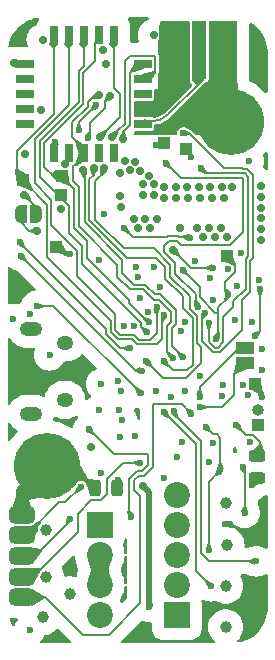
<source format=gbr>
%TF.GenerationSoftware,KiCad,Pcbnew,8.0.0*%
%TF.CreationDate,2024-06-24T23:08:17-07:00*%
%TF.ProjectId,lyrav3r2,6c797261-7633-4723-922e-6b696361645f,rev?*%
%TF.SameCoordinates,Original*%
%TF.FileFunction,Copper,L1,Top*%
%TF.FilePolarity,Positive*%
%FSLAX46Y46*%
G04 Gerber Fmt 4.6, Leading zero omitted, Abs format (unit mm)*
G04 Created by KiCad (PCBNEW 8.0.0) date 2024-06-24 23:08:17*
%MOMM*%
%LPD*%
G01*
G04 APERTURE LIST*
G04 Aperture macros list*
%AMRoundRect*
0 Rectangle with rounded corners*
0 $1 Rounding radius*
0 $2 $3 $4 $5 $6 $7 $8 $9 X,Y pos of 4 corners*
0 Add a 4 corners polygon primitive as box body*
4,1,4,$2,$3,$4,$5,$6,$7,$8,$9,$2,$3,0*
0 Add four circle primitives for the rounded corners*
1,1,$1+$1,$2,$3*
1,1,$1+$1,$4,$5*
1,1,$1+$1,$6,$7*
1,1,$1+$1,$8,$9*
0 Add four rect primitives between the rounded corners*
20,1,$1+$1,$2,$3,$4,$5,0*
20,1,$1+$1,$4,$5,$6,$7,0*
20,1,$1+$1,$6,$7,$8,$9,0*
20,1,$1+$1,$8,$9,$2,$3,0*%
%AMFreePoly0*
4,1,19,0.000000,0.744911,0.071157,0.744911,0.207708,0.704816,0.327430,0.627875,0.420627,0.520320,0.479746,0.390866,0.500000,0.250000,0.500000,-0.250000,0.479746,-0.390866,0.420627,-0.520320,0.327430,-0.627875,0.207708,-0.704816,0.071157,-0.744911,0.000000,-0.744911,0.000000,-0.750000,-0.500000,-0.750000,-0.500000,0.750000,0.000000,0.750000,0.000000,0.744911,0.000000,0.744911,
$1*%
%AMFreePoly1*
4,1,19,0.500000,-0.750000,0.000000,-0.750000,0.000000,-0.744911,-0.071157,-0.744911,-0.207708,-0.704816,-0.327430,-0.627875,-0.420627,-0.520320,-0.479746,-0.390866,-0.500000,-0.250000,-0.500000,0.250000,-0.479746,0.390866,-0.420627,0.520320,-0.327430,0.627875,-0.207708,0.704816,-0.071157,0.744911,0.000000,0.744911,0.000000,0.750000,0.500000,0.750000,0.500000,-0.750000,0.500000,-0.750000,
$1*%
G04 Aperture macros list end*
%TA.AperFunction,ComponentPad*%
%ADD10O,1.000000X1.000000*%
%TD*%
%TA.AperFunction,ComponentPad*%
%ADD11R,1.000000X1.000000*%
%TD*%
%TA.AperFunction,SMDPad,CuDef*%
%ADD12FreePoly0,0.000000*%
%TD*%
%TA.AperFunction,SMDPad,CuDef*%
%ADD13FreePoly1,0.000000*%
%TD*%
%TA.AperFunction,SMDPad,CuDef*%
%ADD14R,1.000000X1.000000*%
%TD*%
%TA.AperFunction,ComponentPad*%
%ADD15C,2.200000*%
%TD*%
%TA.AperFunction,ComponentPad*%
%ADD16R,2.200000X2.200000*%
%TD*%
%TA.AperFunction,SMDPad,CuDef*%
%ADD17R,1.500000X0.800000*%
%TD*%
%TA.AperFunction,SMDPad,CuDef*%
%ADD18R,0.800000X1.500000*%
%TD*%
%TA.AperFunction,ComponentPad*%
%ADD19C,5.600000*%
%TD*%
%TA.AperFunction,SMDPad,CuDef*%
%ADD20RoundRect,0.492126X-0.632874X-0.257874X0.632874X-0.257874X0.632874X0.257874X-0.632874X0.257874X0*%
%TD*%
%TA.AperFunction,SMDPad,CuDef*%
%ADD21R,1.500000X1.000000*%
%TD*%
%TA.AperFunction,SMDPad,CuDef*%
%ADD22R,1.400000X5.000000*%
%TD*%
%TA.AperFunction,SMDPad,CuDef*%
%ADD23R,1.200000X5.000000*%
%TD*%
%TA.AperFunction,SMDPad,CuDef*%
%ADD24RoundRect,0.243750X-0.243750X-0.456250X0.243750X-0.456250X0.243750X0.456250X-0.243750X0.456250X0*%
%TD*%
%TA.AperFunction,SMDPad,CuDef*%
%ADD25RoundRect,0.243750X-0.456250X0.243750X-0.456250X-0.243750X0.456250X-0.243750X0.456250X0.243750X0*%
%TD*%
%TA.AperFunction,ComponentPad*%
%ADD26O,1.900000X1.200000*%
%TD*%
%TA.AperFunction,ComponentPad*%
%ADD27O,1.400000X1.200000*%
%TD*%
%TA.AperFunction,ViaPad*%
%ADD28C,0.600000*%
%TD*%
%TA.AperFunction,ViaPad*%
%ADD29C,0.700000*%
%TD*%
%TA.AperFunction,ViaPad*%
%ADD30C,1.000000*%
%TD*%
%TA.AperFunction,Conductor*%
%ADD31C,0.200000*%
%TD*%
%TA.AperFunction,Conductor*%
%ADD32C,0.500000*%
%TD*%
%TA.AperFunction,Conductor*%
%ADD33C,1.000000*%
%TD*%
%TA.AperFunction,Conductor*%
%ADD34C,0.156000*%
%TD*%
%TA.AperFunction,Conductor*%
%ADD35C,0.300000*%
%TD*%
G04 APERTURE END LIST*
D10*
%TO.P,BZ1,2,-*%
%TO.N,GND*%
X21200000Y19745000D03*
D11*
%TO.P,BZ1,1,+*%
%TO.N,/BUZZER*%
X21200000Y18475000D03*
%TD*%
D12*
%TO.P,J4,2,Pin_2*%
%TO.N,/BOOTSEL*%
X2424800Y36366800D03*
D13*
%TO.P,J4,1,Pin_1*%
%TO.N,GND*%
X1124800Y36366800D03*
%TD*%
D14*
%TO.P,TP1,1,1*%
%TO.N,/RUN*%
X20950000Y21975000D03*
%TD*%
D15*
%TO.P,J6,5,Pin_5*%
%TO.N,/P1-*%
X14307400Y12516200D03*
%TO.P,J6,4,Pin_4*%
%TO.N,/P2-*%
X14307400Y9976200D03*
%TO.P,J6,3,Pin_3*%
%TO.N,/P3-*%
X14307400Y7436200D03*
%TO.P,J6,2,Pin_2*%
%TO.N,/P4-*%
X14307400Y4896200D03*
D16*
%TO.P,J6,1,Pin_1*%
%TO.N,+BATT*%
X14307400Y2356200D03*
%TD*%
D14*
%TO.P,TP5,1,1*%
%TO.N,/SCK*%
X1250000Y39175000D03*
%TD*%
D17*
%TO.P,U1,20,DIO1*%
%TO.N,unconnected-(U1-DIO1-Pad20)*%
X1433400Y43965200D03*
%TO.P,U1,19,DIO2*%
%TO.N,unconnected-(U1-DIO2-Pad19)*%
X1433400Y45235200D03*
%TO.P,U1,18,DIO3*%
%TO.N,unconnected-(U1-DIO3-Pad18)*%
X1433400Y46505200D03*
%TO.P,U1,17,NC*%
%TO.N,unconnected-(U1-NC-Pad17)*%
X1433400Y47775200D03*
%TO.P,U1,16,GND*%
%TO.N,GND*%
X1433400Y49045200D03*
D18*
%TO.P,U1,15,SCK*%
%TO.N,/SCK*%
X3893400Y51505200D03*
%TO.P,U1,14,NSS*%
%TO.N,/SX CS*%
X5163400Y51505200D03*
%TO.P,U1,13,MOSI*%
%TO.N,/MOSI*%
X6433400Y51505200D03*
%TO.P,U1,12,MISO*%
%TO.N,/MISO*%
X7703400Y51505200D03*
%TO.P,U1,11,BUSY*%
%TO.N,/BUSY*%
X8973400Y51505200D03*
D17*
%TO.P,U1,10,RXEN*%
%TO.N,/RXEN*%
X11433400Y49045200D03*
%TO.P,U1,9,TXEN*%
%TO.N,/TXEN*%
X11433400Y47775200D03*
%TO.P,U1,8,NC*%
%TO.N,unconnected-(U1-NC-Pad8)*%
X11433400Y46505200D03*
%TO.P,U1,7,GND*%
%TO.N,GND*%
X11433400Y45235200D03*
%TO.P,U1,6,ANT*%
%TO.N,Net-(AE3-A)*%
X11433400Y43965200D03*
D18*
%TO.P,U1,5,NC*%
%TO.N,unconnected-(U1-NC-Pad5)*%
X8973400Y41505200D03*
%TO.P,U1,4,NC*%
%TO.N,unconnected-(U1-NC-Pad4)*%
X7703400Y41505200D03*
%TO.P,U1,3,NRST*%
%TO.N,/SX RST*%
X6433400Y41505200D03*
%TO.P,U1,2,GND*%
%TO.N,GND*%
X5163400Y41505200D03*
%TO.P,U1,1,VCC*%
%TO.N,+3V3*%
X3893400Y41505200D03*
%TD*%
D14*
%TO.P,TP7,1,1*%
%TO.N,/MOSI*%
X4550000Y37925000D03*
%TD*%
D19*
%TO.P,H1,1,1*%
%TO.N,GND*%
X18930200Y44088400D03*
%TD*%
D15*
%TO.P,J2,4,Pin_4*%
%TO.N,/BATT POSTSW*%
X7779600Y2381600D03*
%TO.P,J2,3,Pin_3*%
%TO.N,/BATT RAW*%
X7779600Y4921600D03*
%TO.P,J2,2,Pin_2*%
X7779600Y7461600D03*
D16*
%TO.P,J2,1,Pin_1*%
%TO.N,GND*%
X7779600Y10001600D03*
%TD*%
D20*
%TO.P,J5,5,Pin_5*%
%TO.N,GND*%
X1200000Y10875000D03*
%TO.P,J5,4,Pin_4*%
%TO.N,/BRKOUT4*%
X1200000Y9125000D03*
%TO.P,J5,3,Pin_3*%
%TO.N,/BRKOUT3*%
X1200000Y7375000D03*
%TO.P,J5,2,Pin_2*%
%TO.N,/BRKOUT2*%
X1200000Y5625000D03*
%TO.P,J5,1,Pin_1*%
%TO.N,/BRKOUT1*%
X1200000Y3875000D03*
%TD*%
D14*
%TO.P,TP9,1,1*%
%TO.N,/GPSRX*%
X13266000Y42335800D03*
%TD*%
D21*
%TO.P,J1,2,Pin_2*%
%TO.N,/SWD*%
X20100000Y23725000D03*
%TO.P,J1,1,Pin_1*%
%TO.N,/SWCLK*%
X20100000Y25025000D03*
%TD*%
D19*
%TO.P,H2,1,1*%
%TO.N,GND*%
X3360000Y15005400D03*
%TD*%
D14*
%TO.P,TP4,1,1*%
%TO.N,/SCL*%
X18549200Y32810800D03*
%TD*%
%TO.P,TP8,1,1*%
%TO.N,/GPSTX*%
X15100000Y41825000D03*
%TD*%
D22*
%TO.P,AE3,2,Shield*%
%TO.N,GND*%
X18750000Y50175000D03*
X13650000Y50175000D03*
D23*
%TO.P,AE3,1,A*%
%TO.N,Net-(AE3-A)*%
X16200000Y50175000D03*
%TD*%
D14*
%TO.P,TP3,1,1*%
%TO.N,/SDA*%
X4100000Y33575000D03*
%TD*%
%TO.P,TP6,1,1*%
%TO.N,/MISO*%
X4600000Y39525000D03*
%TD*%
D24*
%TO.P,D2,2,A*%
%TO.N,Net-(D2-A)*%
X9257500Y13095000D03*
%TO.P,D2,1,K*%
%TO.N,GND*%
X7382500Y13095000D03*
%TD*%
D25*
%TO.P,D3,2,A*%
%TO.N,+3V3*%
X21100000Y13975000D03*
%TO.P,D3,1,K*%
%TO.N,Net-(D3-K)*%
X21100000Y15850000D03*
%TD*%
D26*
%TO.P,J7,9*%
%TO.N,N/C*%
X1952500Y26625000D03*
%TO.P,J7,8*%
X1952500Y19425000D03*
D27*
%TO.P,J7,7*%
X4852500Y20605000D03*
%TO.P,J7,6,Shield*%
%TO.N,unconnected-(J7-Shield-Pad6)*%
X4852500Y25445000D03*
%TD*%
D28*
%TO.N,/SDA*%
X21343200Y29966000D03*
X20921035Y26019930D03*
%TO.N,GND*%
X17397484Y29021014D03*
%TO.N,/SCL*%
X18674634Y29494507D03*
D29*
%TO.N,GND*%
X2850000Y45175000D03*
D28*
X15069400Y47187200D03*
D30*
X18450000Y1375000D03*
D28*
X12899998Y30134595D03*
X15099998Y49676400D03*
D29*
X21445400Y35955320D03*
X18800000Y48725000D03*
D28*
X9802874Y26811625D03*
X15882317Y32375000D03*
X15490596Y45717768D03*
D29*
X13233400Y49579378D03*
X21445400Y35035840D03*
X14383600Y44647200D03*
D28*
X14350000Y15725000D03*
X15000000Y21315717D03*
X9504700Y17429700D03*
X14485200Y46603000D03*
D29*
X12834200Y43555000D03*
D28*
X17431600Y51236534D03*
X15099998Y48838200D03*
D29*
X14586800Y35122200D03*
D28*
X15099998Y52165600D03*
D30*
X18450000Y11825000D03*
D29*
X11488000Y37967000D03*
X9583000Y36925600D03*
X11183200Y39999000D03*
X11030800Y35122200D03*
X500000Y49125000D03*
X16568000Y34411000D03*
X17584000Y34411000D03*
X18983827Y38619791D03*
D28*
X7900000Y21925000D03*
X18642486Y31641614D03*
D29*
X11430275Y44915202D03*
X12605600Y35884200D03*
X10802200Y40710200D03*
D28*
X15099998Y51352800D03*
D30*
X18450000Y4825000D03*
D28*
X13800000Y20825000D03*
X19949998Y21888800D03*
D29*
X13672400Y43961400D03*
X2484891Y34925000D03*
X13266000Y38576600D03*
D28*
X11059964Y30987035D03*
X17400000Y16975000D03*
D29*
X18092000Y35173000D03*
D28*
X16250000Y22625000D03*
D29*
X21445400Y37794280D03*
D28*
X450000Y27425000D03*
D29*
X13316800Y45434600D03*
X21439808Y34171091D03*
X16060000Y35173000D03*
X18600000Y34411000D03*
X10726000Y35935000D03*
X16314000Y37713000D03*
D30*
X3250000Y5575000D03*
D28*
X17431600Y48961535D03*
D29*
X18750000Y51825000D03*
X4500000Y36725000D03*
X9481400Y39821200D03*
D28*
X17431600Y49719868D03*
X21521000Y23133400D03*
X17431600Y50478201D03*
X11190290Y29240293D03*
D29*
X15298000Y37713000D03*
D28*
X13259370Y13980535D03*
D29*
X13266000Y37713000D03*
X18346000Y37713000D03*
X14239666Y38576600D03*
X17160664Y38576600D03*
X16186998Y38576600D03*
X11640400Y35935000D03*
D28*
X12535025Y21315717D03*
X3550000Y24375000D03*
D29*
X4815014Y40580788D03*
X12351600Y37967000D03*
D28*
X7750000Y19725000D03*
X15099998Y50540000D03*
D29*
X12402400Y38830600D03*
D28*
X20550000Y17025000D03*
D30*
X18550000Y8325000D03*
D29*
X14282000Y37713000D03*
X14967800Y45104400D03*
X12046800Y35173000D03*
X11919800Y39567200D03*
X9938600Y40837200D03*
X12504000Y44875800D03*
D28*
X20643200Y27175000D03*
D29*
X11488000Y38830600D03*
X12350000Y51475000D03*
D28*
X1845000Y1115000D03*
X17243088Y47444323D03*
X17431600Y48203200D03*
D29*
X9532200Y37814600D03*
X10319600Y40049800D03*
D28*
X16628048Y46870040D03*
D29*
X18134330Y38576600D03*
X17076000Y35173000D03*
X21444346Y38719129D03*
D28*
X15099998Y48000000D03*
D29*
X21445400Y36874800D03*
X2943398Y51100000D03*
D28*
X17431600Y51994867D03*
D29*
X15213332Y38576600D03*
D28*
X8125000Y36325000D03*
D29*
X8300000Y49050002D03*
D28*
X16057470Y46299461D03*
D29*
X17330000Y37713000D03*
X13600000Y48525000D03*
X13600000Y51875000D03*
D28*
X19434800Y30203079D03*
X17050000Y15325000D03*
D29*
X13926400Y46044200D03*
D28*
X15050000Y27225000D03*
%TO.N,+3V3*%
X14647507Y26420013D03*
X20379289Y20980024D03*
X7750000Y32450000D03*
D29*
X1499990Y41375000D03*
D28*
X10860910Y31825001D03*
X20400000Y40825000D03*
X7908665Y14432620D03*
X19748802Y33034996D03*
X21550000Y24875000D03*
X19246200Y27325000D03*
X10750000Y17575000D03*
X12377000Y31820200D03*
X21235107Y30778534D03*
X1900000Y27825000D03*
X4024265Y42400735D03*
X18231312Y21882754D03*
X14756608Y16999144D03*
X10674563Y26887917D03*
D29*
X8050000Y50205198D03*
D30*
X5240545Y4171431D03*
D28*
X20705115Y13371521D03*
X11894400Y28035600D03*
X9550000Y21385500D03*
X9656250Y18918750D03*
X17101400Y30880400D03*
%TO.N,+1V1*%
X18112776Y20940629D03*
X9395167Y19774773D03*
X9340717Y22165717D03*
D30*
%TO.N,+BATT*%
X3225467Y9588700D03*
X3004400Y2178400D03*
D28*
%TO.N,Net-(D2-A)*%
X9310783Y13826809D03*
%TO.N,/RUN*%
X21500000Y20825000D03*
D29*
%TO.N,/BOOTSEL*%
X1368450Y37975436D03*
D28*
%TO.N,/SWCLK*%
X16250000Y20875000D03*
%TO.N,/SWD*%
X16250000Y19983014D03*
%TO.N,/SCL*%
X17650000Y25780331D03*
X14804034Y31620045D03*
%TO.N,/BRKOUT4*%
X6200000Y13225000D03*
%TO.N,/BRKOUT3*%
X5250000Y10525000D03*
%TO.N,/BRKOUT2*%
X11194400Y15270600D03*
%TO.N,/BRKOUT1*%
X15550000Y19425000D03*
%TO.N,/P2 EN *%
X20050000Y11025000D03*
X19906600Y14924001D03*
%TO.N,/P3 EN *%
X16750000Y18337500D03*
X17050000Y7875000D03*
X18000000Y14625000D03*
%TO.N,/P4 EN *%
X13250000Y19525000D03*
X17200000Y4825000D03*
%TO.N,/P3 CONT *%
X14050000Y19625000D03*
X21060000Y6925000D03*
%TO.N,/QSPI_SS*%
X10350000Y24975000D03*
X1002592Y33977592D03*
%TO.N,Net-(D3-K)*%
X19350000Y18475000D03*
%TO.N,/SDA*%
X17397500Y31794800D03*
X5300000Y32925000D03*
D29*
X14001751Y33295000D03*
D28*
%TO.N,/GPS_RST*%
X6777950Y42805255D03*
D29*
X8646269Y46301269D03*
D28*
X16337500Y40202412D03*
X17050000Y27134998D03*
%TO.N,/ANT OFF*%
X15409990Y34299010D03*
X9854342Y35150559D03*
%TO.N,/QSPI_SD1*%
X11350000Y23075000D03*
X1085275Y32799775D03*
%TO.N,/QSPI_SD3*%
X11250000Y21155008D03*
X2440002Y28545002D03*
%TO.N,/SX CS*%
X12596431Y28425000D03*
%TO.N,/GPSTX*%
X15550000Y41125000D03*
%TO.N,/GPSRX*%
X12580200Y42208800D03*
D29*
%TO.N,/BUSY*%
X7849758Y42887113D03*
X6397622Y40050297D03*
D28*
X14849236Y24181163D03*
%TO.N,/MISO*%
X11989867Y27188249D03*
%TO.N,/MOSI*%
X11781679Y26312656D03*
%TO.N,/SCK*%
X13235088Y27790869D03*
D29*
%TO.N,/SX RST*%
X7752055Y46418459D03*
D28*
X14000000Y24144027D03*
D29*
%TO.N,/RXEN*%
X8184086Y40209705D03*
D28*
X11744687Y23857444D03*
D29*
X9763385Y42643031D03*
%TO.N,/TXEN*%
X8838635Y42878032D03*
X7284092Y40205781D03*
D28*
X13200000Y23875000D03*
%TO.N,/MCURX*%
X14850000Y43175000D03*
X16688324Y27910610D03*
%TO.N,/MCUTX*%
X16069608Y28494608D03*
X13362511Y40628911D03*
%TO.N,/GPSWKUP*%
X7490727Y45537114D03*
X6052400Y43402600D03*
%TO.N,VBUS*%
X10454300Y10669700D03*
X6839801Y18104201D03*
D29*
%TO.N,Net-(D1-K)*%
X11483773Y13282427D03*
X7071469Y16634069D03*
D28*
X11970600Y3092800D03*
%TD*%
D31*
%TO.N,/BRKOUT2*%
X9764624Y15270600D02*
X11194400Y15270600D01*
X8400000Y13905976D02*
X9764624Y15270600D01*
X8400000Y12636768D02*
X8400000Y13905976D01*
X7079000Y12095000D02*
X7858232Y12095000D01*
X7858232Y12095000D02*
X8400000Y12636768D01*
X5950000Y10966000D02*
X7079000Y12095000D01*
X5950000Y9406371D02*
X5950000Y10966000D01*
X2168629Y5625000D02*
X5950000Y9406371D01*
X1200000Y5625000D02*
X2168629Y5625000D01*
%TO.N,/RXEN*%
X15110050Y22475000D02*
X13127131Y22475000D01*
X16349236Y23714186D02*
X15110050Y22475000D01*
X16349236Y25110272D02*
X16349236Y23714186D01*
X16050000Y25409508D02*
X16349236Y25110272D01*
X16050000Y27665686D02*
X16050000Y25409508D01*
X15400000Y28315686D02*
X16050000Y27665686D01*
X12378635Y33425000D02*
X13750001Y32053634D01*
X9850000Y33425000D02*
X12378635Y33425000D01*
X15400000Y29381319D02*
X15400000Y28315686D01*
X13750001Y31031318D02*
X15400000Y29381319D01*
X7425000Y35850000D02*
X9850000Y33425000D01*
X7425000Y39136400D02*
X7425000Y35850000D01*
X8287600Y39999000D02*
X7425000Y39136400D01*
X13127131Y22475000D02*
X11744687Y23857444D01*
X13750001Y32053634D02*
X13750001Y31031318D01*
%TO.N,/MOSI*%
X6433400Y48874086D02*
X6433400Y51505200D01*
X5990727Y48431413D02*
X6433400Y48874086D01*
X5990727Y45781412D02*
X5990727Y48431413D01*
X2700000Y42490685D02*
X5990727Y45781412D01*
X5200000Y34755400D02*
X5200000Y36975000D01*
X5200000Y36975000D02*
X2700000Y39475000D01*
X6300000Y33655400D02*
X5200000Y34755400D01*
X11300000Y27119364D02*
X6300000Y32119364D01*
X11300000Y26794336D02*
X11300000Y27119364D01*
X2700000Y39475000D02*
X2700000Y42490685D01*
X11781679Y26312656D02*
X11300000Y26794336D01*
X6300000Y32119364D02*
X6300000Y33655400D01*
%TO.N,/MISO*%
X7703400Y51155200D02*
X7703400Y51505200D01*
X7400000Y50851800D02*
X7703400Y51155200D01*
X7400000Y49275000D02*
X7400000Y50851800D01*
X6390727Y48265727D02*
X7400000Y49275000D01*
X3100000Y42324999D02*
X6390727Y45615726D01*
X6390727Y45615726D02*
X6390727Y48265727D01*
X3100000Y40325000D02*
X3100000Y42324999D01*
X3900000Y39525000D02*
X3100000Y40325000D01*
X4600000Y39525000D02*
X3900000Y39525000D01*
%TO.N,VBUS*%
X8973402Y15970600D02*
X6839801Y18104201D01*
X11894400Y15056947D02*
X11894400Y15970600D01*
X10910054Y14529800D02*
X11367253Y14529800D01*
X11367253Y14529800D02*
X11894400Y15056947D01*
X10236400Y13856147D02*
X10910054Y14529800D01*
X10236400Y10887600D02*
X10236400Y13856147D01*
X10454300Y10669700D02*
X10236400Y10887600D01*
X11894400Y15970600D02*
X8973402Y15970600D01*
%TO.N,/BRKOUT1*%
X11075739Y14129800D02*
X11532939Y14129800D01*
X11220600Y12484939D02*
X10726000Y12979539D01*
X6381371Y675000D02*
X8534007Y675000D01*
%TO.N,/SCL*%
X18431143Y29980459D02*
X18630174Y29781428D01*
X19279522Y32080478D02*
X19279522Y31408738D01*
%TO.N,/GPS_RST*%
X6777950Y43061350D02*
X6941400Y43224800D01*
%TO.N,/TXEN*%
X9363385Y43405470D02*
X9363385Y43402782D01*
X10383400Y49745200D02*
X9938600Y49300400D01*
X9938600Y47365000D02*
X9950000Y47353600D01*
%TO.N,/MCURX*%
X19921970Y40164000D02*
X19896570Y40189400D01*
X20534800Y32383400D02*
X20771600Y32620200D01*
X19870000Y29082644D02*
X20534800Y29747444D01*
X17385785Y24625000D02*
X17949998Y24625000D01*
X16749236Y25275957D02*
X16749236Y25261549D01*
%TO.N,/GPS_RST*%
X17149236Y25427235D02*
X17149236Y25441643D01*
X17784312Y25025000D02*
X17551471Y25025000D01*
X20061085Y39764000D02*
X20352600Y39472485D01*
X20352600Y32766886D02*
X20134800Y32549085D01*
X19104646Y28934568D02*
X19104646Y28493529D01*
%TO.N,/SCL*%
X16300000Y29269968D02*
X16300000Y30124079D01*
X17838000Y27984800D02*
X17585168Y27984800D01*
%TO.N,/MCUTX*%
X14312412Y34045000D02*
X14658402Y33699010D01*
X13271321Y33097999D02*
X13271321Y33625231D01*
X14201337Y31229744D02*
X14201337Y32167983D01*
%TO.N,/TXEN*%
X15650000Y23580636D02*
X15150000Y23080636D01*
%TO.N,/ANT OFF*%
X14478098Y34445000D02*
X14498096Y34425001D01*
X13505405Y34425001D02*
X13525405Y34445000D01*
%TO.N,/TXEN*%
X14800000Y29415633D02*
X14800000Y28350000D01*
X13350001Y31837149D02*
X13350001Y30865632D01*
%TO.N,/MISO*%
X4600000Y39475000D02*
X4600000Y39525000D01*
X6700000Y32625636D02*
X6700000Y34017400D01*
X10308548Y28757852D02*
X10308548Y29017088D01*
%TO.N,/BUSY*%
X12910795Y29534595D02*
X12451623Y29534595D01*
%TO.N,/SX RST*%
X13850000Y27200635D02*
X13500000Y26850635D01*
X12368933Y29051600D02*
X12828105Y29051600D01*
X9268630Y32052655D02*
X9268630Y30984685D01*
%TO.N,/BUSY*%
X9668630Y31353570D02*
X9668630Y32475000D01*
%TO.N,/SX RST*%
X5519000Y39121685D02*
X6000000Y38640685D01*
X5594200Y40455200D02*
X5519000Y40380000D01*
%TO.N,/BUSY*%
X13900000Y26684950D02*
X14250000Y27034949D01*
X11645925Y30340293D02*
X10681907Y30340293D01*
%TO.N,/SX RST*%
X6433400Y41505200D02*
X6433400Y41155200D01*
X10313022Y29940293D02*
X11480240Y29940293D01*
%TO.N,GND*%
X5472100Y15005400D02*
X3360000Y15005400D01*
%TO.N,/SWD*%
X18145111Y19983014D02*
X19150000Y20987903D01*
%TO.N,/BRKOUT4*%
X4380400Y11905400D02*
X4880400Y11905400D01*
%TO.N,/P3 EN *%
X17689950Y17675000D02*
X17412500Y17675000D01*
%TO.N,/P3 CONT *%
X17050000Y6925000D02*
X16350000Y7625000D01*
%TO.N,/QSPI_SS*%
X8302875Y26190303D02*
X8302875Y26572125D01*
%TO.N,Net-(D3-K)*%
X20200000Y17625000D02*
X20800000Y17625000D01*
%TO.N,/SX CS*%
X2300000Y38925000D02*
X3700000Y37525000D01*
X10655050Y26125000D02*
X11076324Y25703726D01*
X12047354Y25703726D02*
X12596431Y26252803D01*
X5900000Y33230886D02*
X5900000Y31075000D01*
X9102874Y26521676D02*
X9499549Y26125000D01*
%TO.N,/BUSY*%
X8973400Y47034800D02*
X9514965Y46493235D01*
%TO.N,/SCK*%
X9347239Y25711625D02*
X8702874Y26355990D01*
X10926324Y25288040D02*
X10502739Y25711625D01*
X750000Y39675000D02*
X1250000Y39175000D01*
X8702874Y26355990D02*
X8702874Y27267260D01*
X13100000Y25773679D02*
X12614361Y25288040D01*
%TO.N,/SX RST*%
X6790727Y45419401D02*
X6790727Y45827064D01*
X6433400Y41505200D02*
X6433400Y41855200D01*
X5450000Y42838600D02*
X5450000Y44078674D01*
%TO.N,/RXEN*%
X8287600Y40106191D02*
X8287600Y39999000D01*
%TO.N,/MCUTX*%
X18727000Y33699010D02*
X18807249Y33699010D01*
%TO.N,/BRKOUT1*%
X12300000Y20225000D02*
X14750000Y20225000D01*
X12300000Y14896861D02*
X12300000Y20225000D01*
X11532939Y14129800D02*
X12300000Y14896861D01*
X10726000Y12979539D02*
X10726000Y13780061D01*
X11220600Y3361593D02*
X11220600Y12484939D01*
X8534007Y675000D02*
X11220600Y3361593D01*
X14750000Y20225000D02*
X15550000Y19425000D01*
X1200000Y3875000D02*
X3181371Y3875000D01*
X3181371Y3875000D02*
X6381371Y675000D01*
X10726000Y13780061D02*
X11075739Y14129800D01*
%TO.N,/SCL*%
X18630174Y29781428D02*
X18630174Y29209424D01*
X18431143Y30560359D02*
X18431143Y29980459D01*
X19279522Y31408738D02*
X18431143Y30560359D01*
X18630174Y29209424D02*
X17838000Y28417250D01*
X17838000Y28417250D02*
X17838000Y27984800D01*
X18549200Y32810800D02*
X19279522Y32080478D01*
%TO.N,/GPS_RST*%
X8236800Y45307600D02*
X8236800Y45891800D01*
X8236800Y45891800D02*
X8646269Y46301269D01*
X6941400Y44012200D02*
X8236800Y45307600D01*
X6777950Y42805255D02*
X6777950Y43061350D01*
X6941400Y43224800D02*
X6941400Y44012200D01*
%TO.N,/TXEN*%
X9363385Y43402782D02*
X8838635Y42878032D01*
X9950000Y43992086D02*
X9363385Y43405470D01*
X9950000Y47353600D02*
X9950000Y43992086D01*
X9938600Y49300400D02*
X9938600Y47365000D01*
X12483400Y49745200D02*
X10383400Y49745200D01*
X12483400Y48345200D02*
X12483400Y49745200D01*
X11913400Y47775200D02*
X12483400Y48345200D01*
X11433400Y47775200D02*
X11913400Y47775200D01*
%TO.N,/P2 EN *%
X20091248Y11066248D02*
X20091248Y14739353D01*
X20050000Y11025000D02*
X20091248Y11066248D01*
X20091248Y14739353D02*
X19906600Y14924001D01*
D32*
%TO.N,Net-(D1-K)*%
X11970600Y3092800D02*
X11970600Y12795600D01*
X11970600Y12795600D02*
X11483773Y13282427D01*
D31*
%TO.N,/SDA*%
X21343200Y26442095D02*
X20921035Y26019930D01*
X21343200Y29966000D02*
X21343200Y26442095D01*
%TO.N,/MCURX*%
X15350000Y43175000D02*
X14850000Y43175000D01*
X18335600Y40189400D02*
X15350000Y43175000D01*
X19896570Y40189400D02*
X18335600Y40189400D01*
X20771600Y39619170D02*
X20226770Y40164000D01*
X20226770Y40164000D02*
X19921970Y40164000D01*
X20771600Y32620200D02*
X20771600Y39619170D01*
X19870000Y26545002D02*
X19870000Y29082644D01*
X20534800Y29747444D02*
X20534800Y32383400D01*
X17949998Y24625000D02*
X19870000Y26545002D01*
X16749236Y25261549D02*
X17385785Y24625000D01*
X16450000Y27672286D02*
X16450000Y25575194D01*
X16450000Y25575194D02*
X16749236Y25275957D01*
X16688324Y27910610D02*
X16450000Y27672286D01*
%TO.N,/GPS_RST*%
X17050000Y25540879D02*
X17050000Y27134998D01*
X17149236Y25441643D02*
X17050000Y25540879D01*
X18250000Y27638883D02*
X18250000Y25490686D01*
X20134800Y29964722D02*
X19104646Y28934568D01*
X20352600Y39472485D02*
X20352600Y32766886D01*
X16775912Y39764000D02*
X20061085Y39764000D01*
X17551471Y25025000D02*
X17149236Y25427235D01*
X16337500Y40202412D02*
X16775912Y39764000D01*
X18250000Y25490686D02*
X17784312Y25025000D01*
X20134800Y32549085D02*
X20134800Y29964722D01*
X19104646Y28493529D02*
X18250000Y27638883D01*
%TO.N,/SCL*%
X16300000Y30124079D02*
X14804034Y31620045D01*
X17585168Y27984800D02*
X16300000Y29269968D01*
X17838000Y25968331D02*
X17838000Y27984800D01*
X17650000Y25780331D02*
X17838000Y25968331D01*
%TO.N,/SDA*%
X15521751Y31775000D02*
X14001751Y33295000D01*
X17377700Y31775000D02*
X15521751Y31775000D01*
X17397500Y31794800D02*
X17377700Y31775000D01*
%TO.N,/MCUTX*%
X14658402Y33699010D02*
X18727000Y33699010D01*
X13691090Y34045000D02*
X14312412Y34045000D01*
X14201337Y32167983D02*
X13271321Y33097999D01*
X15900000Y28664216D02*
X15900000Y29531081D01*
X13271321Y33625231D02*
X13691090Y34045000D01*
%TO.N,/TXEN*%
X14800000Y28350000D02*
X15650000Y27500000D01*
X12590750Y32596400D02*
X13350001Y31837149D01*
X6900000Y35809315D02*
X10112915Y32596400D01*
X7284092Y39673832D02*
X6900000Y39289740D01*
X7284092Y40205781D02*
X7284092Y39673832D01*
X6900000Y39289740D02*
X6900000Y35809315D01*
%TO.N,/ANT OFF*%
X13525405Y34445000D02*
X14478098Y34445000D01*
%TO.N,/TXEN*%
X10112915Y32596400D02*
X12590750Y32596400D01*
%TO.N,/ANT OFF*%
X10579900Y34425001D02*
X13505405Y34425001D01*
%TO.N,/TXEN*%
X15650000Y27500000D02*
X15650000Y23580636D01*
X15150000Y23080636D02*
X13994364Y23080636D01*
%TO.N,/ANT OFF*%
X9854342Y35150559D02*
X10579900Y34425001D01*
%TO.N,/MCUTX*%
X16069608Y28494608D02*
X15900000Y28664216D01*
%TO.N,/ANT OFF*%
X15283999Y34425001D02*
X15409990Y34299010D01*
%TO.N,/TXEN*%
X13350001Y30865632D02*
X14800000Y29415633D01*
%TO.N,/MCUTX*%
X15900000Y29531081D02*
X14201337Y31229744D01*
%TO.N,/TXEN*%
X13994364Y23080636D02*
X13200000Y23875000D01*
%TO.N,/ANT OFF*%
X14498096Y34425001D02*
X15283999Y34425001D01*
%TO.N,/MISO*%
X5600000Y38475000D02*
X4600000Y39475000D01*
X5600000Y35117400D02*
X5600000Y38475000D01*
X6700000Y34017400D02*
X5600000Y35117400D01*
X10308548Y29017088D02*
X6700000Y32625636D01*
X11989867Y27188249D02*
X11878151Y27188249D01*
X11878151Y27188249D02*
X10308548Y28757852D01*
%TO.N,/BUSY*%
X6500005Y39947914D02*
X6397622Y40050297D01*
X9668630Y32475000D02*
X6500005Y35643625D01*
X6500005Y35643625D02*
X6500005Y39947914D01*
X12451623Y29534595D02*
X11645925Y30340293D01*
X14250000Y28195391D02*
X12910795Y29534595D01*
%TO.N,/SX RST*%
X13500000Y26850635D02*
X13500000Y24644027D01*
%TO.N,/BUSY*%
X14849236Y24181163D02*
X13900000Y25130399D01*
%TO.N,/SX RST*%
X13850000Y28029705D02*
X13850000Y27200635D01*
X13500000Y24644027D02*
X14000000Y24144027D01*
X11480240Y29940293D02*
X12368933Y29051600D01*
X9268630Y30984685D02*
X10313022Y29940293D01*
%TO.N,/BUSY*%
X10681907Y30340293D02*
X9668630Y31353570D01*
%TO.N,/SX RST*%
X6000000Y38640685D02*
X6000000Y35321285D01*
X5519000Y40380000D02*
X5519000Y39121685D01*
X5733400Y40455200D02*
X5594200Y40455200D01*
X6433400Y41155200D02*
X5733400Y40455200D01*
X12828105Y29051600D02*
X13850000Y28029705D01*
%TO.N,/BUSY*%
X13900000Y25130399D02*
X13900000Y26684950D01*
X14250000Y27034949D02*
X14250000Y28195391D01*
%TO.N,/SX RST*%
X6000000Y35321285D02*
X9268630Y32052655D01*
%TO.N,GND*%
X7382500Y13095000D02*
X5472100Y15005400D01*
D33*
X1200000Y12845400D02*
X3360000Y15005400D01*
D32*
X1433400Y49045200D02*
X579800Y49045200D01*
D31*
X1124800Y35611800D02*
X1811600Y34925000D01*
X1811600Y34925000D02*
X2484891Y34925000D01*
X1124800Y36366800D02*
X1124800Y35611800D01*
D33*
X1200000Y10875000D02*
X1200000Y12845400D01*
D32*
X579800Y49045200D02*
X500000Y49125000D01*
D31*
%TO.N,+3V3*%
X4024265Y41636065D02*
X3893400Y41505200D01*
X21100000Y13766406D02*
X20705115Y13371521D01*
X21100000Y13975000D02*
X21100000Y13766406D01*
X4024265Y42400735D02*
X4024265Y41636065D01*
%TO.N,/RUN*%
X21500000Y20825000D02*
X21500000Y21425000D01*
X21500000Y21425000D02*
X20950000Y21975000D01*
%TO.N,/BOOTSEL*%
X2424800Y36366800D02*
X2424800Y36919086D01*
X2424800Y36919086D02*
X1368450Y37975436D01*
%TO.N,/SWCLK*%
X16250000Y21725000D02*
X19550000Y25025000D01*
X16250000Y20875000D02*
X16250000Y21725000D01*
X19550000Y25025000D02*
X20100000Y25025000D01*
%TO.N,/SWD*%
X16250000Y19983014D02*
X18145111Y19983014D01*
X19150000Y22775000D02*
X20100000Y23725000D01*
X19150000Y20987903D02*
X19150000Y22775000D01*
%TO.N,/BRKOUT4*%
X4880400Y11905400D02*
X6200000Y13225000D01*
X1600000Y9125000D02*
X4380400Y11905400D01*
X1200000Y9125000D02*
X1600000Y9125000D01*
%TO.N,/BRKOUT3*%
X5250000Y10300001D02*
X5250000Y10525000D01*
X2324999Y7375000D02*
X5250000Y10300001D01*
X1200000Y7375000D02*
X2324999Y7375000D01*
%TO.N,/P3 EN *%
X17050000Y13675000D02*
X18000000Y14625000D01*
X18000000Y14625000D02*
X18000000Y17364950D01*
X17050000Y7875000D02*
X17050000Y13675000D01*
X17412500Y17675000D02*
X16750000Y18337500D01*
X18000000Y17364950D02*
X17689950Y17675000D01*
%TO.N,/P4 EN *%
X15950000Y6075000D02*
X15950000Y16825000D01*
X15950000Y16825000D02*
X13250000Y19525000D01*
X17200000Y4825000D02*
X15950000Y6075000D01*
%TO.N,/P3 CONT *%
X16350000Y17125000D02*
X14100000Y19375000D01*
X16350000Y7625000D02*
X16350000Y17125000D01*
X21060000Y6925000D02*
X17050000Y6925000D01*
%TO.N,/QSPI_SS*%
X10350000Y24975000D02*
X9518178Y24975000D01*
X8302875Y26572125D02*
X1002592Y33872408D01*
X9518178Y24975000D02*
X8302875Y26190303D01*
X1002592Y33872408D02*
X1002592Y33977592D01*
%TO.N,Net-(D3-K)*%
X20800000Y17625000D02*
X21400000Y17025000D01*
X21400000Y17025000D02*
X21400000Y15987500D01*
X21400000Y15987500D02*
X20987500Y15575000D01*
X19350000Y18475000D02*
X20200000Y17625000D01*
%TO.N,/SDA*%
X5300000Y32925000D02*
X4750000Y32925000D01*
X4750000Y32925000D02*
X4100000Y33575000D01*
%TO.N,/QSPI_SD1*%
X11350000Y23075000D02*
X10852493Y23075000D01*
X1127718Y32799775D02*
X1085275Y32799775D01*
X10852493Y23075000D02*
X1127718Y32799775D01*
%TO.N,/QSPI_SD3*%
X11250000Y21155008D02*
X3860006Y28545002D01*
X3860006Y28545002D02*
X2440002Y28545002D01*
%TO.N,/SX CS*%
X3700000Y35430886D02*
X5900000Y33230886D01*
X2300000Y42656371D02*
X2300000Y38925000D01*
X12596431Y26252803D02*
X12596431Y28425000D01*
X5163400Y45519771D02*
X2300000Y42656371D01*
X5900000Y31075000D02*
X9102874Y27872126D01*
X3700000Y37525000D02*
X3700000Y35430886D01*
X5163400Y51505200D02*
X5163400Y45519771D01*
X9102874Y27872126D02*
X9102874Y26521676D01*
X9499549Y26125000D02*
X10655050Y26125000D01*
X11076324Y25703726D02*
X12047354Y25703726D01*
%TO.N,/BUSY*%
X9514965Y46493235D02*
X9514965Y44552320D01*
X9514965Y44552320D02*
X7849758Y42887113D01*
X8973400Y51505200D02*
X8973400Y47034800D01*
%TO.N,/SCK*%
X13235088Y27790869D02*
X13100000Y27655781D01*
X3893400Y51505200D02*
X3893400Y44829061D01*
X3893400Y44829061D02*
X750000Y41685661D01*
X8702874Y27267260D02*
X3300000Y32670134D01*
X10502739Y25711625D02*
X9347239Y25711625D01*
X13100000Y27655781D02*
X13100000Y25773679D01*
X3300000Y32670134D02*
X3300000Y37125000D01*
X12614361Y25288040D02*
X10926324Y25288040D01*
X3300000Y37125000D02*
X1250000Y39175000D01*
X750000Y41685661D02*
X750000Y39675000D01*
%TO.N,/SX RST*%
X5450000Y44078674D02*
X6790727Y45419401D01*
X7200777Y46237114D02*
X7608440Y46237114D01*
X7608440Y46237114D02*
X7752055Y46380729D01*
X6433400Y41855200D02*
X5450000Y42838600D01*
X6790727Y45827064D02*
X7200777Y46237114D01*
X7752055Y46380729D02*
X7752055Y46418459D01*
D34*
%TO.N,Net-(AE3-A)*%
X11646200Y44178000D02*
X12174573Y44178000D01*
X13588787Y44763787D02*
X16200000Y47375000D01*
X16200000Y47375000D02*
X16200000Y50175000D01*
D35*
X11433400Y43965200D02*
X11646200Y44178000D01*
D34*
X13588786Y44763788D02*
G75*
G02*
X12174573Y44178020I-1414186J1414212D01*
G01*
D31*
%TO.N,/RXEN*%
X8287600Y39999000D02*
X8287600Y40380000D01*
X10383400Y48345200D02*
X11083400Y49045200D01*
X8184086Y40209705D02*
X8287600Y40106191D01*
X9763385Y42643031D02*
X9763385Y43239785D01*
X9763385Y43239785D02*
X10383400Y43859800D01*
X10383400Y43859800D02*
X10383400Y48345200D01*
X11083400Y49045200D02*
X11433400Y49045200D01*
%TO.N,/MCUTX*%
X18727000Y33699010D02*
X18853210Y33699010D01*
X19895400Y34787161D02*
X19895400Y39364000D01*
X14627422Y39364000D02*
X13362511Y40628911D01*
X18807249Y33699010D02*
X19895400Y34787161D01*
X19895400Y39364000D02*
X14627422Y39364000D01*
D33*
%TO.N,/BATT RAW*%
X7779600Y7461600D02*
X7779600Y4921600D01*
D31*
%TO.N,/GPSWKUP*%
X6052400Y43402600D02*
X6052400Y44098787D01*
X6052400Y44098787D02*
X7490727Y45537114D01*
%TD*%
%TA.AperFunction,Conductor*%
%TO.N,GND*%
G36*
X19393680Y52655315D02*
G01*
X19439435Y52602511D01*
X19450639Y52551641D01*
X19451056Y52471034D01*
X19450422Y52457850D01*
X19444999Y52404515D01*
X19444999Y47653313D01*
X19445070Y47641265D01*
X19445102Y47638564D01*
X19445103Y47638528D01*
X19450668Y47544199D01*
X19474652Y47430155D01*
X19477304Y47405278D01*
X19499354Y43149642D01*
X19480017Y43082502D01*
X19427451Y43036474D01*
X19375356Y43025000D01*
X15976333Y43025000D01*
X15909294Y43044685D01*
X15888652Y43061319D01*
X15534511Y43415460D01*
X15524806Y43421063D01*
X15491922Y43440049D01*
X15465990Y43455021D01*
X15389559Y43475501D01*
X15381503Y43476561D01*
X15381709Y43478126D01*
X15334583Y43489770D01*
X15070783Y43628611D01*
X15061497Y43634025D01*
X15060052Y43634954D01*
X14921962Y43675500D01*
X14921961Y43675500D01*
X14778039Y43675500D01*
X14778036Y43675500D01*
X14639949Y43634955D01*
X14518873Y43557144D01*
X14424623Y43448374D01*
X14424622Y43448372D01*
X14364834Y43317457D01*
X14344353Y43175000D01*
X14345554Y43166647D01*
X14335610Y43097488D01*
X14289855Y43044684D01*
X14222816Y43025000D01*
X13854769Y43025000D01*
X13830577Y43027383D01*
X13785750Y43036300D01*
X13785748Y43036300D01*
X12746252Y43036300D01*
X12746250Y43036300D01*
X12701423Y43027383D01*
X12677231Y43025000D01*
X10822421Y43025000D01*
X10755382Y43044685D01*
X10709627Y43097489D01*
X10698431Y43147410D01*
X10697255Y43239110D01*
X10716078Y43306396D01*
X10768291Y43352825D01*
X10821245Y43364700D01*
X12203150Y43364700D01*
X12203151Y43364701D01*
X12217968Y43367648D01*
X12261629Y43376332D01*
X12261629Y43376333D01*
X12261631Y43376333D01*
X12327952Y43420648D01*
X12372267Y43486969D01*
X12372267Y43486971D01*
X12372268Y43486971D01*
X12383899Y43545448D01*
X12383900Y43545450D01*
X12383900Y43797872D01*
X12403585Y43864911D01*
X12456389Y43910666D01*
X12494012Y43921092D01*
X12556833Y43928169D01*
X12556843Y43928172D01*
X12556849Y43928172D01*
X12730917Y43967901D01*
X12806332Y43985112D01*
X13047886Y44069632D01*
X13278459Y44180667D01*
X13495150Y44316820D01*
X13695233Y44476378D01*
X13752722Y44533867D01*
X13752730Y44533873D01*
X13759787Y44540931D01*
X13759790Y44540932D01*
X16164746Y46945890D01*
X16184901Y46962208D01*
X16194667Y46968547D01*
X16678098Y47439335D01*
X16739859Y47472005D01*
X16764610Y47474500D01*
X16819750Y47474500D01*
X16819751Y47474501D01*
X16834568Y47477448D01*
X16878229Y47486132D01*
X16878229Y47486133D01*
X16878231Y47486133D01*
X16944552Y47530448D01*
X16988867Y47596769D01*
X16988867Y47596771D01*
X16988868Y47596771D01*
X16999289Y47649164D01*
X17000500Y47655252D01*
X17000500Y52551000D01*
X17020185Y52618039D01*
X17072989Y52663794D01*
X17124500Y52675000D01*
X19326641Y52675000D01*
X19393680Y52655315D01*
G37*
%TD.AperFunction*%
%TA.AperFunction,Conductor*%
G36*
X15342539Y52655315D02*
G01*
X15388294Y52602511D01*
X15399500Y52551000D01*
X15399500Y47655250D01*
X15400097Y47649187D01*
X15399857Y47649164D01*
X15401189Y47636901D01*
X15401303Y47631174D01*
X15403401Y47622471D01*
X15405405Y47616712D01*
X15404868Y47616526D01*
X15410874Y47598069D01*
X15411132Y47596771D01*
X15411133Y47596768D01*
X15419201Y47584694D01*
X15428656Y47567830D01*
X15437045Y47549681D01*
X15437046Y47549680D01*
X15437047Y47549678D01*
X15441040Y47544194D01*
X15603750Y47320713D01*
X15627296Y47254930D01*
X15611538Y47186860D01*
X15591186Y47160046D01*
X13394750Y44963609D01*
X13388827Y44958061D01*
X13228668Y44817608D01*
X13215800Y44807734D01*
X13042082Y44691661D01*
X13028034Y44683551D01*
X12840651Y44591147D01*
X12825666Y44584940D01*
X12627829Y44517786D01*
X12612161Y44513588D01*
X12436907Y44478731D01*
X12367316Y44484960D01*
X12338634Y44503757D01*
X12338107Y44502967D01*
X12261630Y44554068D01*
X12261629Y44554069D01*
X12203152Y44565700D01*
X12203148Y44565700D01*
X10807900Y44565700D01*
X10740861Y44585385D01*
X10695106Y44638189D01*
X10683900Y44689700D01*
X10683900Y45780700D01*
X10703585Y45847739D01*
X10756389Y45893494D01*
X10807900Y45904700D01*
X12203150Y45904700D01*
X12203151Y45904701D01*
X12217968Y45907648D01*
X12261629Y45916332D01*
X12261629Y45916333D01*
X12261631Y45916333D01*
X12327952Y45960648D01*
X12372267Y46026969D01*
X12372267Y46026971D01*
X12372268Y46026971D01*
X12383899Y46085448D01*
X12383900Y46085450D01*
X12383900Y46801000D01*
X12403585Y46868039D01*
X12456389Y46913794D01*
X12507900Y46925000D01*
X12700000Y46925000D01*
X12720858Y48124392D01*
X12737452Y48184232D01*
X12763422Y48229212D01*
X12783900Y48305638D01*
X12783900Y48384762D01*
X12783900Y49784762D01*
X12763421Y49861189D01*
X12763420Y49861191D01*
X12763419Y49861195D01*
X12761430Y49865997D01*
X12752010Y49915603D01*
X12792427Y52239589D01*
X12806170Y52294205D01*
X12870373Y52418852D01*
X12884593Y52455054D01*
X12890387Y52467655D01*
X12890421Y52467742D01*
X12890426Y52467749D01*
X12891346Y52470890D01*
X12894942Y52481397D01*
X12906473Y52510735D01*
X12909954Y52524537D01*
X12923245Y52562974D01*
X12925436Y52574384D01*
X12957409Y52636508D01*
X13017894Y52671485D01*
X13047211Y52675000D01*
X15275500Y52675000D01*
X15342539Y52655315D01*
G37*
%TD.AperFunction*%
%TD*%
%TA.AperFunction,NonConductor*%
G36*
X11905412Y52980315D02*
G01*
X11951167Y52927511D01*
X11961111Y52858353D01*
X11960287Y52853350D01*
X11960112Y52852410D01*
X11960032Y52851507D01*
X11959866Y52851085D01*
X11959037Y52846622D01*
X11958175Y52846782D01*
X11934486Y52786475D01*
X11888925Y52750110D01*
X11672171Y52649036D01*
X11672169Y52649035D01*
X11478597Y52513495D01*
X11311505Y52346403D01*
X11175965Y52152831D01*
X11175964Y52152829D01*
X11076098Y51938665D01*
X11076094Y51938656D01*
X11014938Y51710414D01*
X11014936Y51710404D01*
X10994341Y51475001D01*
X10994341Y51475000D01*
X11014936Y51239597D01*
X11014938Y51239587D01*
X11077498Y51006107D01*
X11076218Y51005765D01*
X11080245Y50942377D01*
X11046273Y50881323D01*
X10984685Y50848328D01*
X10959293Y50845700D01*
X10497900Y50845700D01*
X10430861Y50865385D01*
X10385106Y50918189D01*
X10373900Y50969700D01*
X10373899Y52313229D01*
X10373899Y52313236D01*
X10363286Y52432618D01*
X10307309Y52628249D01*
X10213098Y52808607D01*
X10213095Y52808611D01*
X10210186Y52814180D01*
X10211481Y52814857D01*
X10193198Y52874574D01*
X10212111Y52941836D01*
X10264385Y52988195D01*
X10317190Y53000000D01*
X11838373Y53000000D01*
X11905412Y52980315D01*
G37*
%TD.AperFunction*%
%TA.AperFunction,NonConductor*%
G36*
X2584522Y52949988D02*
G01*
X2635902Y52902640D01*
X2653528Y52835030D01*
X2639495Y52781410D01*
X2559490Y52628249D01*
X2503345Y52432029D01*
X2465977Y52372991D01*
X2436534Y52353759D01*
X2265569Y52274036D01*
X2265567Y52274035D01*
X2071995Y52138495D01*
X1904903Y51971403D01*
X1769363Y51777831D01*
X1769362Y51777829D01*
X1669496Y51563665D01*
X1669492Y51563656D01*
X1608336Y51335414D01*
X1608334Y51335404D01*
X1587739Y51100001D01*
X1587739Y51100000D01*
X1608334Y50864597D01*
X1608336Y50864587D01*
X1669492Y50636345D01*
X1669497Y50636331D01*
X1676131Y50622106D01*
X1686624Y50553029D01*
X1658105Y50489245D01*
X1599629Y50451004D01*
X1563750Y50445700D01*
X805338Y50445700D01*
X773246Y50449925D01*
X735415Y50460061D01*
X735418Y50460061D01*
X735408Y50460063D01*
X735405Y50460064D01*
X735402Y50460064D01*
X500001Y50480659D01*
X499999Y50480659D01*
X264596Y50460064D01*
X264583Y50460061D01*
X213788Y50446451D01*
X143938Y50448114D01*
X86076Y50487278D01*
X58573Y50551506D01*
X60805Y50593818D01*
X70508Y50636331D01*
X113427Y50824373D01*
X117272Y50837721D01*
X223883Y51142399D01*
X229196Y51155223D01*
X369243Y51446035D01*
X375959Y51458187D01*
X547693Y51731499D01*
X555723Y51742817D01*
X756979Y51995184D01*
X766228Y52005533D01*
X994467Y52233772D01*
X1004816Y52243021D01*
X1257183Y52444277D01*
X1268501Y52452307D01*
X1541813Y52624041D01*
X1553965Y52630757D01*
X1844777Y52770804D01*
X1857601Y52776117D01*
X2162279Y52882728D01*
X2175627Y52886573D01*
X2417753Y52941836D01*
X2490299Y52958394D01*
X2503996Y52960722D01*
X2515701Y52962041D01*
X2584522Y52949988D01*
G37*
%TD.AperFunction*%
%TA.AperFunction,NonConductor*%
G36*
X20640468Y52509506D02*
G01*
X20731486Y52452315D01*
X20742824Y52444270D01*
X20995173Y52243029D01*
X21005541Y52233763D01*
X21233762Y52005542D01*
X21243028Y51995174D01*
X21444267Y51742828D01*
X21452314Y51731487D01*
X21624034Y51458196D01*
X21630760Y51446026D01*
X21770798Y51155234D01*
X21776120Y51142387D01*
X21882724Y50837730D01*
X21886573Y50824367D01*
X21958393Y50509701D01*
X21960722Y50495993D01*
X21996957Y50174403D01*
X21997725Y50162257D01*
X21999988Y50000856D01*
X22000000Y49999118D01*
X22000000Y46685629D01*
X21980315Y46618590D01*
X21927511Y46572835D01*
X21858353Y46562891D01*
X21794797Y46591916D01*
X21786126Y46600197D01*
X21551983Y46846516D01*
X21259500Y47097604D01*
X20943112Y47317816D01*
X20943111Y47317817D01*
X20808017Y47392800D01*
X20606072Y47504890D01*
X20582826Y47514866D01*
X20525597Y47539425D01*
X20471755Y47583950D01*
X20450532Y47650519D01*
X20450499Y47653289D01*
X20450499Y52404511D01*
X20470184Y52471549D01*
X20522988Y52517304D01*
X20592146Y52527248D01*
X20640468Y52509506D01*
G37*
%TD.AperFunction*%
%TA.AperFunction,NonConductor*%
G36*
X21916377Y41608413D02*
G01*
X21973353Y41567972D01*
X21999420Y41503147D01*
X22000000Y41491171D01*
X22000000Y40148856D01*
X21980315Y40081817D01*
X21927511Y40036062D01*
X21858353Y40026118D01*
X21794797Y40055143D01*
X21765515Y40092561D01*
X21712831Y40195959D01*
X21648965Y40283863D01*
X21625485Y40349670D01*
X21629507Y40388836D01*
X21685635Y40598308D01*
X21705468Y40825000D01*
X21685635Y41051692D01*
X21626739Y41271496D01*
X21619457Y41287111D01*
X21608965Y41356187D01*
X21637483Y41419971D01*
X21641919Y41424899D01*
X21786127Y41576605D01*
X21846582Y41611631D01*
X21916377Y41608413D01*
G37*
%TD.AperFunction*%
%TA.AperFunction,NonConductor*%
G36*
X205203Y31840214D02*
G01*
X211681Y31834182D01*
X246133Y31799730D01*
X246136Y31799728D01*
X432541Y31669207D01*
X513272Y31631562D01*
X561091Y31609263D01*
X565802Y31606943D01*
X610982Y31583497D01*
X610984Y31583496D01*
X610998Y31583489D01*
X879804Y31476951D01*
X921795Y31449356D01*
X2326157Y30044994D01*
X2359642Y29983671D01*
X2354658Y29913979D01*
X2312786Y29858046D01*
X2249286Y29833785D01*
X2213313Y29830638D01*
X2213304Y29830636D01*
X1993513Y29771744D01*
X1993504Y29771741D01*
X1787269Y29675571D01*
X1787267Y29675570D01*
X1600860Y29545048D01*
X1439956Y29384144D01*
X1309434Y29197737D01*
X1309433Y29197735D01*
X1213263Y28991499D01*
X1205239Y28961555D01*
X1168872Y28901895D01*
X1156589Y28892078D01*
X1060863Y28825050D01*
X940064Y28704251D01*
X878741Y28670767D01*
X820291Y28672158D01*
X743907Y28692625D01*
X676694Y28710635D01*
X676686Y28710636D01*
X450002Y28730468D01*
X449998Y28730468D01*
X223313Y28710636D01*
X223302Y28710634D01*
X156093Y28692625D01*
X86243Y28694288D01*
X28381Y28733451D01*
X877Y28797679D01*
X0Y28812400D01*
X0Y31746501D01*
X19685Y31813540D01*
X72489Y31859295D01*
X141647Y31869239D01*
X205203Y31840214D01*
G37*
%TD.AperFunction*%
%TA.AperFunction,NonConductor*%
G36*
X205203Y25821896D02*
G01*
X230297Y25789825D01*
X231085Y25790307D01*
X233629Y25786156D01*
X381701Y25582351D01*
X381705Y25582346D01*
X559845Y25404206D01*
X559850Y25404202D01*
X673686Y25321496D01*
X763655Y25256130D01*
X906684Y25183253D01*
X988116Y25141761D01*
X988118Y25141761D01*
X988121Y25141759D01*
X1227715Y25063910D01*
X1476538Y25024500D01*
X2223283Y25024500D01*
X2290322Y25004815D01*
X2336077Y24952011D01*
X2346021Y24882853D01*
X2335664Y24848094D01*
X2323263Y24821503D01*
X2323258Y24821489D01*
X2264366Y24601698D01*
X2264364Y24601687D01*
X2244532Y24375002D01*
X2244532Y24374999D01*
X2264364Y24148314D01*
X2264366Y24148303D01*
X2323258Y23928512D01*
X2323261Y23928503D01*
X2419431Y23722268D01*
X2419432Y23722266D01*
X2549954Y23535859D01*
X2710858Y23374955D01*
X2710861Y23374953D01*
X2897266Y23244432D01*
X3103504Y23148261D01*
X3323308Y23089365D01*
X3485230Y23075199D01*
X3549998Y23069532D01*
X3550000Y23069532D01*
X3550002Y23069532D01*
X3606673Y23074491D01*
X3776692Y23089365D01*
X3996496Y23148261D01*
X4202734Y23244432D01*
X4389139Y23374953D01*
X4550047Y23535861D01*
X4680568Y23722266D01*
X4704182Y23772907D01*
X4750353Y23825344D01*
X4816563Y23844500D01*
X5078461Y23844500D01*
X5078462Y23844500D01*
X5327285Y23883910D01*
X5566879Y23961759D01*
X5791345Y24076130D01*
X5995156Y24224207D01*
X6173293Y24402344D01*
X6202847Y24443022D01*
X6258176Y24485688D01*
X6327789Y24491669D01*
X6389585Y24459064D01*
X6390847Y24457819D01*
X7494338Y23354328D01*
X7527823Y23293005D01*
X7522839Y23223313D01*
X7480967Y23167380D01*
X7457989Y23154931D01*
X7458411Y23154027D01*
X7453504Y23151740D01*
X7453504Y23151739D01*
X7446041Y23148259D01*
X7247267Y23055569D01*
X7247265Y23055568D01*
X7060858Y22925046D01*
X6899954Y22764142D01*
X6769432Y22577735D01*
X6769431Y22577733D01*
X6673261Y22371498D01*
X6673258Y22371489D01*
X6614366Y22151698D01*
X6614364Y22151687D01*
X6594532Y21925002D01*
X6594532Y21924999D01*
X6614364Y21698314D01*
X6614366Y21698303D01*
X6673258Y21478512D01*
X6673261Y21478503D01*
X6769431Y21272268D01*
X6769432Y21272266D01*
X6899954Y21085859D01*
X7012168Y20973645D01*
X7045653Y20912322D01*
X7040669Y20842630D01*
X6998797Y20786697D01*
X6995610Y20784389D01*
X6910859Y20725047D01*
X6764681Y20578868D01*
X6703358Y20545383D01*
X6633666Y20550367D01*
X6577733Y20592239D01*
X6553316Y20657703D01*
X6553000Y20666549D01*
X6553000Y20730962D01*
X6544172Y20786697D01*
X6513590Y20979785D01*
X6435741Y21219379D01*
X6435739Y21219382D01*
X6435739Y21219384D01*
X6394247Y21300816D01*
X6321370Y21443845D01*
X6296183Y21478512D01*
X6173298Y21647650D01*
X6173294Y21647655D01*
X5995154Y21825795D01*
X5995149Y21825799D01*
X5791348Y21973868D01*
X5791347Y21973869D01*
X5791345Y21973870D01*
X5721247Y22009587D01*
X5566883Y22088240D01*
X5327285Y22166090D01*
X5078462Y22205500D01*
X4626538Y22205500D01*
X4502126Y22185795D01*
X4377714Y22166090D01*
X4138116Y22088240D01*
X3913651Y21973868D01*
X3709850Y21825799D01*
X3709845Y21825795D01*
X3531705Y21647655D01*
X3531701Y21647650D01*
X3383632Y21443849D01*
X3269260Y21219382D01*
X3191410Y20979785D01*
X3187122Y20952715D01*
X3157190Y20889581D01*
X3097878Y20852652D01*
X3028015Y20853652D01*
X3008354Y20861632D01*
X2916883Y20908240D01*
X2677285Y20986090D01*
X2428462Y21025500D01*
X1476538Y21025500D01*
X1352126Y21005795D01*
X1227714Y20986090D01*
X988116Y20908240D01*
X763651Y20793868D01*
X559850Y20645799D01*
X559845Y20645795D01*
X381705Y20467655D01*
X381701Y20467650D01*
X233629Y20263845D01*
X231085Y20259693D01*
X229751Y20260510D01*
X186506Y20214725D01*
X118685Y20197932D01*
X52551Y20220472D01*
X9101Y20275189D01*
X0Y20321818D01*
X0Y25728183D01*
X19685Y25795222D01*
X72489Y25840977D01*
X141647Y25850921D01*
X205203Y25821896D01*
G37*
%TD.AperFunction*%
%TA.AperFunction,NonConductor*%
G36*
X10855469Y19914345D02*
G01*
X11023308Y19869373D01*
X11086307Y19863862D01*
X11151375Y19838410D01*
X11192354Y19781820D01*
X11199500Y19740334D01*
X11199500Y19040955D01*
X11179815Y18973916D01*
X11127011Y18928161D01*
X11057853Y18918217D01*
X10994297Y18947242D01*
X10956523Y19006020D01*
X10951972Y19030148D01*
X10947848Y19077281D01*
X10941885Y19145442D01*
X10882989Y19365246D01*
X10786818Y19571484D01*
X10720282Y19666508D01*
X10697956Y19732712D01*
X10698329Y19748424D01*
X10700635Y19774773D01*
X10699848Y19783761D01*
X10713612Y19852258D01*
X10762225Y19902443D01*
X10830253Y19918379D01*
X10855469Y19914345D01*
G37*
%TD.AperFunction*%
%TA.AperFunction,NonConductor*%
G36*
X5922830Y19221770D02*
G01*
X5963087Y19164664D01*
X5966079Y19094858D01*
X5933397Y19036984D01*
X5839752Y18943339D01*
X5709233Y18756936D01*
X5709232Y18756934D01*
X5613062Y18550699D01*
X5613059Y18550690D01*
X5554167Y18330899D01*
X5553227Y18325564D01*
X5551377Y18325891D01*
X5528934Y18268559D01*
X5472332Y18227596D01*
X5402569Y18223737D01*
X5370704Y18236042D01*
X5035869Y18421891D01*
X5035870Y18421891D01*
X5035864Y18421894D01*
X4681635Y18573905D01*
X4681614Y18573913D01*
X4313839Y18689303D01*
X4313833Y18689304D01*
X4313830Y18689305D01*
X4313829Y18689305D01*
X4120736Y18728987D01*
X3936237Y18766903D01*
X3930609Y18767475D01*
X3929670Y18767571D01*
X3864967Y18793937D01*
X3824790Y18851099D01*
X3821895Y18920909D01*
X3824278Y18929228D01*
X3863590Y19050215D01*
X3867877Y19077281D01*
X3897806Y19140416D01*
X3957117Y19177348D01*
X4026980Y19176350D01*
X4046646Y19168368D01*
X4138114Y19121762D01*
X4138117Y19121762D01*
X4138121Y19121759D01*
X4377715Y19043910D01*
X4626538Y19004500D01*
X4626539Y19004500D01*
X5078461Y19004500D01*
X5078462Y19004500D01*
X5327285Y19043910D01*
X5566879Y19121759D01*
X5789422Y19235151D01*
X5858089Y19248046D01*
X5922830Y19221770D01*
G37*
%TD.AperFunction*%
%TA.AperFunction,NonConductor*%
G36*
X205203Y18621896D02*
G01*
X230297Y18589825D01*
X231085Y18590307D01*
X233629Y18586156D01*
X381701Y18382351D01*
X381705Y18382346D01*
X559845Y18204206D01*
X559850Y18204202D01*
X763653Y18056131D01*
X796690Y18039298D01*
X847486Y17991325D01*
X864282Y17923504D01*
X841745Y17857369D01*
X821167Y17834728D01*
X738222Y17763522D01*
X593681Y17611464D01*
X472634Y17484122D01*
X472631Y17484120D01*
X472625Y17484112D01*
X236684Y17179302D01*
X229231Y17167344D01*
X177063Y17120865D01*
X108048Y17109968D01*
X44098Y17138113D01*
X5516Y17196365D01*
X0Y17232938D01*
X0Y18528183D01*
X19685Y18595222D01*
X72489Y18640977D01*
X141647Y18650921D01*
X205203Y18621896D01*
G37*
%TD.AperFunction*%
%TA.AperFunction,NonConductor*%
G36*
X19305703Y16590603D02*
G01*
X19336882Y16549294D01*
X19408172Y16396411D01*
X19418664Y16327334D01*
X19416033Y16313715D01*
X19409853Y16289188D01*
X19409852Y16289178D01*
X19402300Y16193231D01*
X19377415Y16127943D01*
X19331088Y16090579D01*
X19276906Y16065313D01*
X19207828Y16054821D01*
X19144044Y16083340D01*
X19105804Y16141816D01*
X19100500Y16177695D01*
X19100500Y16496890D01*
X19120185Y16563929D01*
X19172989Y16609684D01*
X19242147Y16619628D01*
X19305703Y16590603D01*
G37*
%TD.AperFunction*%
%TA.AperFunction,NonConductor*%
G36*
X21915519Y12518336D02*
G01*
X21972789Y12478312D01*
X21999329Y12413680D01*
X22000000Y12400802D01*
X22000000Y8092625D01*
X21980315Y8025586D01*
X21927511Y7979831D01*
X21858353Y7969887D01*
X21804878Y7991049D01*
X21744933Y8033022D01*
X21712734Y8055568D01*
X21702728Y8060234D01*
X21506497Y8151739D01*
X21506488Y8151742D01*
X21286697Y8210634D01*
X21286693Y8210635D01*
X21286692Y8210635D01*
X21286691Y8210636D01*
X21286686Y8210636D01*
X21060002Y8230468D01*
X21059998Y8230468D01*
X20833313Y8210636D01*
X20833302Y8210634D01*
X20613503Y8151739D01*
X20613499Y8151738D01*
X20610463Y8150322D01*
X20592740Y8143999D01*
X20592771Y8143914D01*
X20592765Y8143912D01*
X20592812Y8143760D01*
X20589822Y8142838D01*
X20289075Y8033022D01*
X20246544Y8025500D01*
X20165526Y8025500D01*
X20098487Y8045185D01*
X20052732Y8097989D01*
X20041950Y8159740D01*
X20055643Y8324994D01*
X20055643Y8325006D01*
X20035109Y8572813D01*
X20035107Y8572825D01*
X19974063Y8813882D01*
X19874173Y9041607D01*
X19738166Y9249783D01*
X19716557Y9273256D01*
X19569744Y9432738D01*
X19373509Y9585474D01*
X19373507Y9585475D01*
X19373506Y9585476D01*
X19154811Y9703828D01*
X19154802Y9703831D01*
X18919616Y9784571D01*
X18674335Y9825500D01*
X18425665Y9825500D01*
X18294909Y9803682D01*
X18225544Y9812064D01*
X18171722Y9856618D01*
X18150531Y9923197D01*
X18150500Y9925991D01*
X18150500Y10207324D01*
X18170185Y10274363D01*
X18222989Y10320118D01*
X18292147Y10330062D01*
X18294893Y10329635D01*
X18306749Y10327657D01*
X18325663Y10324500D01*
X18325665Y10324500D01*
X18574335Y10324500D01*
X18819614Y10365429D01*
X18819625Y10365433D01*
X18824580Y10366687D01*
X18825141Y10364470D01*
X18885312Y10367254D01*
X18945773Y10332238D01*
X18957490Y10317912D01*
X19049953Y10185860D01*
X19210858Y10024955D01*
X19210861Y10024953D01*
X19397266Y9894432D01*
X19603504Y9798261D01*
X19823308Y9739365D01*
X19985230Y9725199D01*
X20049998Y9719532D01*
X20050000Y9719532D01*
X20050002Y9719532D01*
X20106673Y9724491D01*
X20276692Y9739365D01*
X20496496Y9798261D01*
X20702734Y9894432D01*
X20889139Y10024953D01*
X21050047Y10185861D01*
X21180568Y10372266D01*
X21276739Y10578504D01*
X21335635Y10798308D01*
X21355468Y11025000D01*
X21335635Y11251692D01*
X21297089Y11395548D01*
X21294794Y11405860D01*
X21291324Y11425345D01*
X21196495Y11758144D01*
X21191748Y11792124D01*
X21191748Y12084503D01*
X21211433Y12151542D01*
X21263343Y12196885D01*
X21357849Y12240953D01*
X21544254Y12371474D01*
X21630819Y12458041D01*
X21692140Y12491524D01*
X21708760Y12493975D01*
X21751680Y12497352D01*
X21751688Y12497354D01*
X21845702Y12521043D01*
X21915519Y12518336D01*
G37*
%TD.AperFunction*%
%TA.AperFunction,NonConductor*%
G36*
X10085282Y8834235D02*
G01*
X10117703Y8772343D01*
X10120100Y8748081D01*
X10120100Y7654545D01*
X10100415Y7587506D01*
X10047611Y7541751D01*
X9978453Y7531807D01*
X9914897Y7560832D01*
X9877123Y7619610D01*
X9872389Y7646083D01*
X9865398Y7748281D01*
X9865398Y7748286D01*
X9806934Y8029632D01*
X9801406Y8045185D01*
X9722193Y8268070D01*
X9718290Y8337830D01*
X9729123Y8367004D01*
X9813509Y8528551D01*
X9869486Y8724182D01*
X9872587Y8759063D01*
X9898131Y8824095D01*
X9954779Y8864994D01*
X10024547Y8868774D01*
X10085282Y8834235D01*
G37*
%TD.AperFunction*%
%TA.AperFunction,NonConductor*%
G36*
X5605210Y7402727D02*
G01*
X5661143Y7360855D01*
X5685560Y7295391D01*
X5685587Y7295007D01*
X5693801Y7174920D01*
X5752266Y6893566D01*
X5752267Y6893563D01*
X5844865Y6633019D01*
X5846724Y6627361D01*
X5967559Y6227468D01*
X5968108Y6157601D01*
X5967559Y6155733D01*
X5846721Y5755834D01*
X5844862Y5750177D01*
X5822671Y5687737D01*
X5781673Y5631160D01*
X5716596Y5605730D01*
X5665569Y5611980D01*
X5610158Y5631003D01*
X5364880Y5671931D01*
X5116210Y5671931D01*
X4885500Y5633434D01*
X4816135Y5641816D01*
X4762313Y5686369D01*
X4741514Y5745504D01*
X4735108Y5822821D01*
X4674063Y6063881D01*
X4672197Y6068134D01*
X4574172Y6291609D01*
X4557094Y6317749D01*
X4536906Y6384639D01*
X4556085Y6451824D01*
X4573217Y6473248D01*
X5474197Y7374228D01*
X5535518Y7407711D01*
X5605210Y7402727D01*
G37*
%TD.AperFunction*%
%TA.AperFunction,NonConductor*%
G36*
X10083509Y7356609D02*
G01*
X10117184Y7295390D01*
X10120100Y7268656D01*
X10120100Y5114545D01*
X10100415Y5047506D01*
X10047611Y5001751D01*
X9978453Y4991807D01*
X9914897Y5020832D01*
X9877123Y5079610D01*
X9872389Y5106083D01*
X9865398Y5208281D01*
X9865398Y5208286D01*
X9806934Y5489632D01*
X9714314Y5750236D01*
X9712476Y5755834D01*
X9591637Y6155738D01*
X9591089Y6225601D01*
X9591604Y6227353D01*
X9712483Y6627389D01*
X9714307Y6632943D01*
X9806934Y6893568D01*
X9865398Y7174914D01*
X9872389Y7277118D01*
X9896603Y7342658D01*
X9952406Y7384703D01*
X10022082Y7389903D01*
X10083509Y7356609D01*
G37*
%TD.AperFunction*%
%TA.AperFunction,NonConductor*%
G36*
X10083509Y4816609D02*
G01*
X10117184Y4755390D01*
X10120100Y4728656D01*
X10120100Y3868798D01*
X10100415Y3801759D01*
X10083781Y3781117D01*
X9765227Y3462564D01*
X9703904Y3429079D01*
X9634212Y3434063D01*
X9578279Y3475935D01*
X9576242Y3478736D01*
X9504695Y3580095D01*
X9482118Y3646212D01*
X9498871Y3714043D01*
X9504683Y3723088D01*
X9578501Y3827664D01*
X9710704Y4082803D01*
X9806934Y4353568D01*
X9865398Y4634914D01*
X9872389Y4737118D01*
X9896603Y4802658D01*
X9952406Y4844703D01*
X10022082Y4849903D01*
X10083509Y4816609D01*
G37*
%TD.AperFunction*%
%TA.AperFunction,NonConductor*%
G36*
X323237Y2143180D02*
G01*
X381866Y2130886D01*
X484724Y2124500D01*
X726039Y2124500D01*
X793078Y2104815D01*
X838833Y2052011D01*
X848777Y1982853D01*
X827614Y1929377D01*
X714432Y1767735D01*
X714431Y1767733D01*
X618261Y1561498D01*
X618256Y1561483D01*
X615685Y1551886D01*
X579320Y1492226D01*
X516473Y1461698D01*
X447097Y1469993D01*
X393220Y1514479D01*
X390917Y1518009D01*
X375965Y1541805D01*
X369239Y1553975D01*
X365616Y1561498D01*
X229199Y1844772D01*
X223880Y1857614D01*
X180753Y1980863D01*
X177191Y2050642D01*
X211919Y2111269D01*
X273913Y2143497D01*
X323237Y2143180D01*
G37*
%TD.AperFunction*%
%TA.AperFunction,NonConductor*%
G36*
X21938850Y5864268D02*
G01*
X21986663Y5813319D01*
X22000000Y5757376D01*
X22000000Y3000883D01*
X21999988Y2999145D01*
X21997725Y2837744D01*
X21996957Y2825598D01*
X21960722Y2504008D01*
X21958393Y2490300D01*
X21886573Y2175634D01*
X21882724Y2162271D01*
X21776120Y1857614D01*
X21770798Y1844767D01*
X21630760Y1553975D01*
X21624034Y1541805D01*
X21452314Y1268514D01*
X21444267Y1257173D01*
X21243028Y1004827D01*
X21233762Y994459D01*
X21005541Y766238D01*
X20995173Y756972D01*
X20742827Y555733D01*
X20731486Y547686D01*
X20458195Y375966D01*
X20446025Y369240D01*
X20155233Y229202D01*
X20142386Y223880D01*
X19837729Y117276D01*
X19824367Y113427D01*
X19585324Y58867D01*
X19515585Y63140D01*
X19459227Y104439D01*
X19434144Y169651D01*
X19448298Y238072D01*
X19466502Y263741D01*
X19469741Y267261D01*
X19469744Y267262D01*
X19638164Y450215D01*
X19774173Y658393D01*
X19874063Y886119D01*
X19935108Y1127179D01*
X19940990Y1198166D01*
X19955643Y1374995D01*
X19955643Y1375006D01*
X19935109Y1622813D01*
X19935107Y1622825D01*
X19874063Y1863882D01*
X19774173Y2091607D01*
X19638166Y2299783D01*
X19616557Y2323256D01*
X19469744Y2482738D01*
X19273509Y2635474D01*
X19273507Y2635475D01*
X19273506Y2635476D01*
X19054811Y2753828D01*
X19054802Y2753831D01*
X18819616Y2834571D01*
X18574335Y2875500D01*
X18325665Y2875500D01*
X18080383Y2834571D01*
X17845197Y2753831D01*
X17845188Y2753828D01*
X17626493Y2635476D01*
X17430257Y2482739D01*
X17261833Y2299783D01*
X17125826Y2091607D01*
X17025936Y1863882D01*
X16964892Y1622825D01*
X16964890Y1622813D01*
X16944357Y1375006D01*
X16944357Y1374995D01*
X16964890Y1127188D01*
X16964892Y1127176D01*
X17025936Y886119D01*
X17125826Y658394D01*
X17261833Y450218D01*
X17261836Y450215D01*
X17430256Y267262D01*
X17488598Y221853D01*
X17529410Y165143D01*
X17533085Y95370D01*
X17498454Y34687D01*
X17436512Y2360D01*
X17412435Y0D01*
X9714711Y0D01*
X9647672Y19685D01*
X9601917Y72489D01*
X9591973Y141647D01*
X9620998Y205203D01*
X9627030Y211681D01*
X10024569Y609220D01*
X11297196Y1881849D01*
X11358517Y1915332D01*
X11428208Y1910348D01*
X11437279Y1906549D01*
X11524104Y1866061D01*
X11743908Y1807165D01*
X11905830Y1792999D01*
X11970598Y1787332D01*
X11970600Y1787332D01*
X11970601Y1787332D01*
X11983675Y1788476D01*
X12072094Y1796212D01*
X12140592Y1782446D01*
X12190775Y1733831D01*
X12206900Y1672684D01*
X12206900Y1198172D01*
X12206900Y1198167D01*
X12206901Y1198164D01*
X12208971Y1174870D01*
X12217513Y1078785D01*
X12273489Y883155D01*
X12273490Y883152D01*
X12273491Y883151D01*
X12367702Y702793D01*
X12367704Y702791D01*
X12496290Y545091D01*
X12590203Y468516D01*
X12653993Y416502D01*
X12834351Y322291D01*
X13029982Y266314D01*
X13149363Y255700D01*
X15465436Y255701D01*
X15584818Y266314D01*
X15780449Y322291D01*
X15960807Y416502D01*
X16118509Y545091D01*
X16247098Y702793D01*
X16341309Y883151D01*
X16397286Y1078782D01*
X16407900Y1198163D01*
X16407899Y3514236D01*
X16404208Y3555750D01*
X16417879Y3624266D01*
X16466423Y3674518D01*
X16534430Y3690546D01*
X16580121Y3679112D01*
X16753504Y3598261D01*
X16973308Y3539365D01*
X17135230Y3525199D01*
X17199998Y3519532D01*
X17200000Y3519532D01*
X17200002Y3519532D01*
X17256673Y3524491D01*
X17426692Y3539365D01*
X17543734Y3570727D01*
X17613580Y3569064D01*
X17634835Y3560011D01*
X17845190Y3446172D01*
X18080386Y3365429D01*
X18325665Y3324500D01*
X18574335Y3324500D01*
X18819614Y3365429D01*
X19054810Y3446172D01*
X19273509Y3564526D01*
X19469744Y3717262D01*
X19638164Y3900215D01*
X19774173Y4108393D01*
X19874063Y4336119D01*
X19935108Y4577179D01*
X19948361Y4737118D01*
X19955643Y4824995D01*
X19955643Y4825006D01*
X19935109Y5072813D01*
X19935107Y5072825D01*
X19874063Y5313882D01*
X19774174Y5541604D01*
X19774173Y5541607D01*
X19714672Y5632680D01*
X19694486Y5699568D01*
X19713666Y5766754D01*
X19766124Y5812904D01*
X19818482Y5824500D01*
X20246546Y5824500D01*
X20289077Y5816978D01*
X20332858Y5800992D01*
X20589817Y5707166D01*
X20589833Y5707162D01*
X20589835Y5707161D01*
X20590702Y5706924D01*
X20591522Y5706624D01*
X20592289Y5706379D01*
X20592278Y5706347D01*
X20610455Y5699682D01*
X20613501Y5698262D01*
X20613503Y5698262D01*
X20613504Y5698261D01*
X20833308Y5639365D01*
X20995230Y5625199D01*
X21059998Y5619532D01*
X21060000Y5619532D01*
X21060002Y5619532D01*
X21116673Y5624491D01*
X21286692Y5639365D01*
X21506496Y5698261D01*
X21712734Y5794432D01*
X21804878Y5858952D01*
X21871083Y5881278D01*
X21938850Y5864268D01*
G37*
%TD.AperFunction*%
%TA.AperFunction,NonConductor*%
G36*
X4260572Y1220463D02*
G01*
X4309758Y1190271D01*
X5288348Y211681D01*
X5321833Y150358D01*
X5316849Y80666D01*
X5274977Y24733D01*
X5209513Y316D01*
X5200667Y0D01*
X3000882Y0D01*
X2999144Y12D01*
X2995244Y67D01*
X2868639Y1842D01*
X2801883Y22465D01*
X2756872Y75905D01*
X2747900Y145196D01*
X2777813Y208339D01*
X2782680Y213495D01*
X2845047Y275861D01*
X2975568Y462266D01*
X3044094Y609221D01*
X3090267Y661659D01*
X3136064Y679124D01*
X3374014Y718829D01*
X3609210Y799572D01*
X3827909Y917926D01*
X4024144Y1070662D01*
X4130848Y1186574D01*
X4190734Y1222563D01*
X4260572Y1220463D01*
G37*
%TD.AperFunction*%
%TA.AperFunction,Conductor*%
%TO.N,/BRKOUT2*%
G36*
X11078041Y15543550D02*
G01*
X11083903Y15537452D01*
X11193515Y15275111D01*
X11193542Y15266156D01*
X11193515Y15266089D01*
X11083903Y15003749D01*
X11077551Y14997437D01*
X11069094Y14997271D01*
X10935347Y15046107D01*
X10602087Y15167794D01*
X10595491Y15173850D01*
X10594400Y15178784D01*
X10594400Y15362417D01*
X10597827Y15370690D01*
X10602087Y15373407D01*
X11069097Y15543931D01*
X11078041Y15543550D01*
G37*
%TD.AperFunction*%
%TD*%
%TA.AperFunction,Conductor*%
%TO.N,/BRKOUT2*%
G36*
X2788031Y6378999D02*
G01*
X2919387Y6247643D01*
X2922814Y6239370D01*
X2920970Y6233066D01*
X2884478Y6176015D01*
X2880060Y6171959D01*
X2849148Y6155734D01*
X2721817Y6042929D01*
X2721816Y6042928D01*
X2721813Y6042925D01*
X2625184Y5902934D01*
X2625180Y5902928D01*
X2564861Y5743875D01*
X2564860Y5743872D01*
X2560691Y5709543D01*
X2555057Y5663145D01*
X2553298Y5658252D01*
X2310848Y5279207D01*
X2303504Y5274084D01*
X2297441Y5274363D01*
X1726565Y5456276D01*
X1205884Y5622193D01*
X1199042Y5627970D01*
X1197957Y5631076D01*
X1054255Y6361101D01*
X1056020Y6369881D01*
X1063475Y6374841D01*
X1065680Y6375061D01*
X2779745Y6382391D01*
X2788031Y6378999D01*
G37*
%TD.AperFunction*%
%TD*%
%TA.AperFunction,Conductor*%
%TO.N,/RXEN*%
G36*
X8188192Y40206994D02*
G01*
X8227104Y40167859D01*
X8422966Y39970874D01*
X8426369Y39962592D01*
X8422918Y39954328D01*
X8422560Y39953986D01*
X7985721Y39554985D01*
X7977301Y39551936D01*
X7969557Y39555351D01*
X7839451Y39685457D01*
X7836024Y39693684D01*
X7834249Y40166305D01*
X7834346Y40167839D01*
X7838523Y40199567D01*
X7843001Y40207320D01*
X7850096Y40209738D01*
X8179915Y40210403D01*
X8188192Y40206994D01*
G37*
%TD.AperFunction*%
%TD*%
%TA.AperFunction,Conductor*%
%TO.N,/RXEN*%
G36*
X12020466Y23967977D02*
G01*
X12026564Y23962115D01*
X12236210Y23511312D01*
X12236591Y23502365D01*
X12233874Y23498105D01*
X12104026Y23368257D01*
X12095753Y23364830D01*
X12090819Y23365921D01*
X11797423Y23502365D01*
X11640015Y23575568D01*
X11633960Y23582163D01*
X11634126Y23590619D01*
X11742123Y23853630D01*
X11748433Y23859980D01*
X12011512Y23968004D01*
X12020466Y23967977D01*
G37*
%TD.AperFunction*%
%TD*%
%TA.AperFunction,Conductor*%
%TO.N,/MOSI*%
G36*
X6438900Y51491639D02*
G01*
X6443725Y51486814D01*
X6829902Y50761768D01*
X6830766Y50752855D01*
X6828935Y50749248D01*
X6536910Y50359880D01*
X6529205Y50355318D01*
X6527550Y50355200D01*
X6339250Y50355200D01*
X6330977Y50358627D01*
X6329890Y50359880D01*
X6037864Y50749248D01*
X6035642Y50757923D01*
X6036894Y50761762D01*
X6423073Y51486813D01*
X6429987Y51492503D01*
X6438900Y51491639D01*
G37*
%TD.AperFunction*%
%TD*%
%TA.AperFunction,Conductor*%
%TO.N,/MOSI*%
G36*
X11435544Y26804181D02*
G01*
X11886350Y26594533D01*
X11892405Y26587938D01*
X11892238Y26579481D01*
X11784242Y26316472D01*
X11777930Y26310120D01*
X11777863Y26310093D01*
X11514854Y26202097D01*
X11505899Y26202124D01*
X11499802Y26207985D01*
X11290154Y26658791D01*
X11289774Y26667736D01*
X11292489Y26671994D01*
X11422341Y26801845D01*
X11430613Y26805271D01*
X11435544Y26804181D01*
G37*
%TD.AperFunction*%
%TD*%
%TA.AperFunction,Conductor*%
%TO.N,/MISO*%
G36*
X4106634Y40018366D02*
G01*
X4591419Y39533581D01*
X4594846Y39525308D01*
X4591419Y39517035D01*
X4590411Y39516137D01*
X4108629Y39134465D01*
X4100017Y39132014D01*
X4092651Y39135828D01*
X3736203Y39533581D01*
X3624550Y39658173D01*
X3621581Y39666621D01*
X3624989Y39674253D01*
X3757675Y39806939D01*
X3759658Y39808529D01*
X4092084Y40019966D01*
X4100902Y40021514D01*
X4106634Y40018366D01*
G37*
%TD.AperFunction*%
%TD*%
%TA.AperFunction,Conductor*%
%TO.N,VBUS*%
G36*
X7115580Y18214734D02*
G01*
X7121678Y18208872D01*
X7331324Y17758069D01*
X7331705Y17749122D01*
X7328988Y17744862D01*
X7199140Y17615014D01*
X7190867Y17611587D01*
X7185933Y17612678D01*
X6892537Y17749122D01*
X6735129Y17822325D01*
X6729074Y17828920D01*
X6729240Y17837376D01*
X6837237Y18100387D01*
X6843547Y18106737D01*
X7106626Y18214761D01*
X7115580Y18214734D01*
G37*
%TD.AperFunction*%
%TD*%
%TA.AperFunction,Conductor*%
%TO.N,VBUS*%
G36*
X10339739Y11176432D02*
G01*
X10657303Y10890064D01*
X10661152Y10881979D01*
X10658157Y10873540D01*
X10657761Y10873121D01*
X10457746Y10672163D01*
X10449481Y10668717D01*
X10449414Y10668717D01*
X10165558Y10669663D01*
X10157296Y10673117D01*
X10153904Y10680950D01*
X10136825Y11167333D01*
X10139960Y11175721D01*
X10148107Y11179436D01*
X10148518Y11179443D01*
X10331904Y11179443D01*
X10339739Y11176432D01*
G37*
%TD.AperFunction*%
%TD*%
%TA.AperFunction,Conductor*%
%TO.N,/SCL*%
G36*
X18534401Y30001260D02*
G01*
X18876976Y29714825D01*
X18881125Y29706889D01*
X18878447Y29698344D01*
X18877764Y29697595D01*
X18678080Y29496970D01*
X18669815Y29493524D01*
X18669748Y29493524D01*
X18385342Y29494472D01*
X18377080Y29497926D01*
X18373723Y29505177D01*
X18332227Y29991289D01*
X18334938Y29999824D01*
X18342890Y30003942D01*
X18343885Y30003984D01*
X18526896Y30003984D01*
X18534401Y30001260D01*
G37*
%TD.AperFunction*%
%TD*%
%TA.AperFunction,Conductor*%
%TO.N,/GPS_RST*%
G36*
X7038738Y43342010D02*
G01*
X7042138Y43334527D01*
X7077107Y42817704D01*
X7074247Y42809218D01*
X7066224Y42805241D01*
X7065473Y42805214D01*
X6782835Y42804272D01*
X6774550Y42807671D01*
X6774503Y42807718D01*
X6573367Y43009803D01*
X6569960Y43018085D01*
X6572701Y43025581D01*
X6837894Y43341263D01*
X6845839Y43345393D01*
X6846852Y43345437D01*
X7030465Y43345437D01*
X7038738Y43342010D01*
G37*
%TD.AperFunction*%
%TD*%
%TA.AperFunction,Conductor*%
%TO.N,/SCK*%
G36*
X853033Y40172860D02*
G01*
X1549673Y39681338D01*
X1554457Y39673768D01*
X1552889Y39665641D01*
X1252548Y39178137D01*
X1245291Y39172891D01*
X1245273Y39172886D01*
X763138Y39059171D01*
X754299Y39060608D01*
X749064Y39067873D01*
X748798Y39069518D01*
X739559Y39172891D01*
X651139Y40162259D01*
X653816Y40170804D01*
X661752Y40174954D01*
X662793Y40175000D01*
X846288Y40175000D01*
X853033Y40172860D01*
G37*
%TD.AperFunction*%
%TD*%
%TA.AperFunction,Conductor*%
%TO.N,/BRKOUT1*%
G36*
X15203864Y19916525D02*
G01*
X15654671Y19706877D01*
X15660726Y19700282D01*
X15660559Y19691825D01*
X15552563Y19428816D01*
X15546251Y19422464D01*
X15546184Y19422437D01*
X15283175Y19314441D01*
X15274220Y19314468D01*
X15268123Y19320329D01*
X15058475Y19771135D01*
X15058095Y19780080D01*
X15060810Y19784338D01*
X15190661Y19914189D01*
X15198933Y19917615D01*
X15203864Y19916525D01*
G37*
%TD.AperFunction*%
%TD*%
%TA.AperFunction,Conductor*%
%TO.N,/BRKOUT1*%
G36*
X2028428Y4583339D02*
G01*
X3069180Y3978383D01*
X3074610Y3971263D01*
X3075000Y3968268D01*
X3075000Y3781733D01*
X3071573Y3773460D01*
X3069180Y3771618D01*
X2028428Y3166662D01*
X2019553Y3165467D01*
X2014886Y3167935D01*
X1720868Y3422737D01*
X1209201Y3866160D01*
X1205194Y3874166D01*
X1208022Y3882662D01*
X1209196Y3883837D01*
X2014887Y4582067D01*
X2023382Y4584894D01*
X2028428Y4583339D01*
G37*
%TD.AperFunction*%
%TD*%
%TA.AperFunction,Conductor*%
%TO.N,/SCL*%
G36*
X18678736Y29491796D02*
G01*
X18678783Y29491749D01*
X18878081Y29291118D01*
X18881480Y29282833D01*
X18878026Y29274571D01*
X18877584Y29274155D01*
X18491935Y28928901D01*
X18483485Y28925936D01*
X18475858Y28929345D01*
X18346061Y29059142D01*
X18342634Y29067415D01*
X18342667Y29068290D01*
X18358139Y29274571D01*
X18373824Y29483709D01*
X18377860Y29491702D01*
X18385461Y29494533D01*
X18670455Y29495203D01*
X18678736Y29491796D01*
G37*
%TD.AperFunction*%
%TD*%
%TA.AperFunction,Conductor*%
%TO.N,/SCL*%
G36*
X19046624Y32983750D02*
G01*
X19052609Y32977089D01*
X19052766Y32976611D01*
X19102585Y32813411D01*
X19355037Y31986410D01*
X19374908Y31921318D01*
X19374046Y31912405D01*
X19367134Y31906712D01*
X19363718Y31906202D01*
X19182113Y31906202D01*
X19177173Y31907296D01*
X19007326Y31986410D01*
X19003424Y31989354D01*
X18980803Y32015460D01*
X18973614Y32023757D01*
X18852539Y32101567D01*
X18783493Y32121841D01*
X18714448Y32142114D01*
X18714447Y32142114D01*
X18675639Y32142114D01*
X18670699Y32143208D01*
X18321592Y32305820D01*
X18315539Y32312420D01*
X18315926Y32321366D01*
X18315939Y32321395D01*
X18547113Y32807414D01*
X18553759Y32813410D01*
X19037683Y32984228D01*
X19046624Y32983750D01*
G37*
%TD.AperFunction*%
%TD*%
%TA.AperFunction,Conductor*%
%TO.N,/GPS_RST*%
G36*
X8335066Y46430211D02*
G01*
X8641763Y46304122D01*
X8648112Y46297807D01*
X8648128Y46297767D01*
X8775939Y45988248D01*
X8775929Y45979293D01*
X8770075Y45973181D01*
X8339154Y45771976D01*
X8334204Y45770877D01*
X8152228Y45770877D01*
X8143955Y45774304D01*
X8140528Y45782577D01*
X8140962Y45785733D01*
X8195187Y45979293D01*
X8255989Y46196328D01*
X8256429Y46197602D01*
X8288385Y46274750D01*
X8297522Y46344156D01*
X8297849Y46345750D01*
X8319363Y46422544D01*
X8324893Y46429584D01*
X8333784Y46430652D01*
X8335066Y46430211D01*
G37*
%TD.AperFunction*%
%TD*%
%TA.AperFunction,Conductor*%
%TO.N,/TXEN*%
G36*
X9268527Y43438088D02*
G01*
X9398690Y43307925D01*
X9402117Y43299652D01*
X9401149Y43294993D01*
X9166562Y42754618D01*
X9160124Y42748394D01*
X9151381Y42748456D01*
X8842443Y42875469D01*
X8836095Y42881783D01*
X8709058Y43190781D01*
X8709081Y43199734D01*
X8715217Y43205958D01*
X9255595Y43440548D01*
X9264548Y43440698D01*
X9268527Y43438088D01*
G37*
%TD.AperFunction*%
%TD*%
%TA.AperFunction,Conductor*%
%TO.N,/TXEN*%
G36*
X12398131Y48395799D02*
G01*
X12400013Y48394272D01*
X12530195Y48264090D01*
X12533622Y48255817D01*
X12531681Y48249362D01*
X12187160Y47728486D01*
X12179737Y47723477D01*
X12176597Y47723269D01*
X11441200Y47773908D01*
X11433182Y47777895D01*
X11430646Y47782772D01*
X11336548Y48163439D01*
X11337889Y48172293D01*
X11345098Y48177605D01*
X11345482Y48177693D01*
X12389331Y48397448D01*
X12398131Y48395799D01*
G37*
%TD.AperFunction*%
%TD*%
%TA.AperFunction,Conductor*%
%TO.N,/P2 EN *%
G36*
X20190689Y11613368D02*
G01*
X20193668Y11608301D01*
X20324315Y11149801D01*
X20323287Y11140906D01*
X20317574Y11135799D01*
X20054511Y11025885D01*
X20045556Y11025858D01*
X20045489Y11025885D01*
X19784000Y11135141D01*
X19777688Y11141493D01*
X19777715Y11150448D01*
X19777844Y11150744D01*
X19988121Y11609967D01*
X19994681Y11616061D01*
X19998759Y11616795D01*
X20182416Y11616795D01*
X20190689Y11613368D01*
G37*
%TD.AperFunction*%
%TD*%
%TA.AperFunction,Conductor*%
%TO.N,/P2 EN *%
G36*
X20194598Y14924042D02*
G01*
X20202858Y14920588D01*
X20206257Y14912303D01*
X20206252Y14912004D01*
X20191577Y14404867D01*
X20187912Y14396696D01*
X20179882Y14393505D01*
X19996336Y14393505D01*
X19988063Y14396932D01*
X19987778Y14397227D01*
X19702153Y14703625D01*
X19699018Y14712013D01*
X19702417Y14719857D01*
X19903155Y14921540D01*
X19911417Y14924985D01*
X20194598Y14924042D01*
G37*
%TD.AperFunction*%
%TD*%
%TA.AperFunction,Conductor*%
%TO.N,Net-(D1-K)*%
G36*
X12218107Y3689373D02*
G01*
X12221494Y3682072D01*
X12269547Y3105430D01*
X12266819Y3096900D01*
X12258859Y3092798D01*
X12257926Y3092758D01*
X11970639Y3091801D01*
X11970561Y3091801D01*
X11683273Y3092758D01*
X11675011Y3096212D01*
X11671612Y3104497D01*
X11671652Y3105430D01*
X11719706Y3682072D01*
X11723808Y3690032D01*
X11731366Y3692800D01*
X12209834Y3692800D01*
X12218107Y3689373D01*
G37*
%TD.AperFunction*%
%TD*%
%TA.AperFunction,Conductor*%
%TO.N,Net-(D1-K)*%
G36*
X11807139Y13412665D02*
G01*
X11812425Y13408270D01*
X12208762Y12802180D01*
X12210422Y12793381D01*
X12205373Y12785985D01*
X12198970Y12784077D01*
X11723223Y12784077D01*
X11718229Y12785196D01*
X11359904Y12954316D01*
X11353885Y12960946D01*
X11354083Y12969362D01*
X11481914Y13278927D01*
X11488237Y13285263D01*
X11798184Y13412688D01*
X11807139Y13412665D01*
G37*
%TD.AperFunction*%
%TD*%
%TA.AperFunction,Conductor*%
%TO.N,/SDA*%
G36*
X21433316Y26441637D02*
G01*
X21436743Y26433364D01*
X21435697Y26428529D01*
X21202860Y25915399D01*
X21196321Y25909282D01*
X21187762Y25909411D01*
X20925545Y26017078D01*
X20919195Y26023388D01*
X20810993Y26285554D01*
X20811004Y26294508D01*
X20817344Y26300832D01*
X20818035Y26301092D01*
X21241375Y26444446D01*
X21245128Y26445064D01*
X21425043Y26445064D01*
X21433316Y26441637D01*
G37*
%TD.AperFunction*%
%TD*%
%TA.AperFunction,Conductor*%
%TO.N,/SDA*%
G36*
X21610051Y29855504D02*
G01*
X21616363Y29849152D01*
X21616530Y29840695D01*
X21446007Y29373687D01*
X21439951Y29367091D01*
X21435017Y29366000D01*
X21251383Y29366000D01*
X21243110Y29369427D01*
X21240393Y29373687D01*
X21069869Y29840698D01*
X21070250Y29849642D01*
X21076347Y29855504D01*
X21338690Y29965117D01*
X21347644Y29965143D01*
X21610051Y29855504D01*
G37*
%TD.AperFunction*%
%TD*%
%TA.AperFunction,Conductor*%
%TO.N,/MCURX*%
G36*
X14975182Y43446651D02*
G01*
X14976116Y43446211D01*
X15181818Y43337948D01*
X15477366Y43182397D01*
X15483091Y43175511D01*
X15482271Y43166594D01*
X15480190Y43163770D01*
X15351879Y43035459D01*
X15347495Y43032697D01*
X14975247Y42901517D01*
X14966305Y42901999D01*
X14960554Y42908061D01*
X14851163Y43171207D01*
X14851153Y43180159D01*
X14959875Y43440367D01*
X14966227Y43446678D01*
X14975182Y43446651D01*
G37*
%TD.AperFunction*%
%TD*%
%TA.AperFunction,Conductor*%
%TO.N,/MCURX*%
G36*
X16691723Y27908195D02*
G01*
X16691770Y27908148D01*
X16891394Y27707582D01*
X16894801Y27699300D01*
X16891355Y27691035D01*
X16890547Y27690303D01*
X16553242Y27412002D01*
X16545796Y27409327D01*
X16362629Y27409327D01*
X16354356Y27412754D01*
X16350929Y27421027D01*
X16350963Y27421919D01*
X16372802Y27707582D01*
X16387500Y27899841D01*
X16391548Y27907827D01*
X16399124Y27910647D01*
X16683438Y27911594D01*
X16691723Y27908195D01*
G37*
%TD.AperFunction*%
%TD*%
%TA.AperFunction,Conductor*%
%TO.N,/GPS_RST*%
G36*
X17316851Y27024502D02*
G01*
X17323163Y27018150D01*
X17323330Y27009693D01*
X17152807Y26542685D01*
X17146751Y26536089D01*
X17141817Y26534998D01*
X16958183Y26534998D01*
X16949910Y26538425D01*
X16947193Y26542685D01*
X16776669Y27009696D01*
X16777050Y27018640D01*
X16783147Y27024502D01*
X17045490Y27134115D01*
X17054444Y27134141D01*
X17316851Y27024502D01*
G37*
%TD.AperFunction*%
%TD*%
%TA.AperFunction,Conductor*%
%TO.N,/GPS_RST*%
G36*
X16613279Y40312945D02*
G01*
X16619377Y40307083D01*
X16829023Y39856280D01*
X16829404Y39847333D01*
X16826687Y39843073D01*
X16696839Y39713225D01*
X16688566Y39709798D01*
X16683632Y39710889D01*
X16390236Y39847333D01*
X16232828Y39920536D01*
X16226773Y39927131D01*
X16226939Y39935587D01*
X16334936Y40198598D01*
X16341246Y40204948D01*
X16604325Y40312972D01*
X16613279Y40312945D01*
G37*
%TD.AperFunction*%
%TD*%
%TA.AperFunction,Conductor*%
%TO.N,/SCL*%
G36*
X15079813Y31730578D02*
G01*
X15085911Y31724716D01*
X15295557Y31273913D01*
X15295938Y31264966D01*
X15293221Y31260706D01*
X15163373Y31130858D01*
X15155100Y31127431D01*
X15150166Y31128522D01*
X14856770Y31264966D01*
X14699362Y31338169D01*
X14693307Y31344764D01*
X14693473Y31353220D01*
X14801470Y31616231D01*
X14807780Y31622581D01*
X15070859Y31730605D01*
X15079813Y31730578D01*
G37*
%TD.AperFunction*%
%TD*%
%TA.AperFunction,Conductor*%
%TO.N,/SCL*%
G36*
X17934836Y26305161D02*
G01*
X17938260Y26297154D01*
X17949497Y25802475D01*
X17949500Y25802209D01*
X17949500Y25791992D01*
X17946073Y25783719D01*
X17937839Y25780292D01*
X17654885Y25779348D01*
X17646600Y25782747D01*
X17646553Y25782794D01*
X17645632Y25783719D01*
X17445890Y25984403D01*
X17442484Y25992684D01*
X17445698Y26000711D01*
X17734540Y26304945D01*
X17742721Y26308584D01*
X17743025Y26308588D01*
X17926563Y26308588D01*
X17934836Y26305161D01*
G37*
%TD.AperFunction*%
%TD*%
%TA.AperFunction,Conductor*%
%TO.N,/SDA*%
G36*
X14323452Y33424554D02*
G01*
X14329678Y33418415D01*
X14564265Y32878040D01*
X14564416Y32869087D01*
X14561806Y32865108D01*
X14431643Y32734945D01*
X14423370Y32731518D01*
X14418711Y32732486D01*
X14060788Y32887868D01*
X13878335Y32967074D01*
X13872112Y32973511D01*
X13872173Y32982252D01*
X13999188Y33291194D01*
X14005499Y33297539D01*
X14314499Y33424577D01*
X14323452Y33424554D01*
G37*
%TD.AperFunction*%
%TD*%
%TA.AperFunction,Conductor*%
%TO.N,/MCUTX*%
G36*
X16002895Y29031727D02*
G01*
X16003502Y29031072D01*
X16274698Y28714948D01*
X16277484Y28706438D01*
X16274111Y28699076D01*
X16073054Y28497071D01*
X16064789Y28493625D01*
X16064722Y28493625D01*
X15781943Y28494567D01*
X15773681Y28498021D01*
X15770282Y28506306D01*
X15770300Y28506924D01*
X15781997Y28714948D01*
X15799379Y29024112D01*
X15803265Y29032179D01*
X15811061Y29035154D01*
X15994622Y29035154D01*
X16002895Y29031727D01*
G37*
%TD.AperFunction*%
%TD*%
%TA.AperFunction,Conductor*%
%TO.N,/TXEN*%
G36*
X7289281Y40204618D02*
G01*
X7594661Y40077179D01*
X7600976Y40070830D01*
X7600953Y40061875D01*
X7600044Y40060129D01*
X7243790Y39496658D01*
X7236473Y39491496D01*
X7227649Y39493021D01*
X7225628Y39494637D01*
X7096638Y39623627D01*
X7093705Y39628536D01*
X6963767Y40061730D01*
X6964673Y40070636D01*
X6970483Y40075893D01*
X7280300Y40204620D01*
X7289255Y40204628D01*
X7289281Y40204618D01*
G37*
%TD.AperFunction*%
%TD*%
%TA.AperFunction,Conductor*%
%TO.N,/ANT OFF*%
G36*
X10130121Y35261092D02*
G01*
X10136219Y35255230D01*
X10345865Y34804427D01*
X10346246Y34795480D01*
X10343529Y34791220D01*
X10213681Y34661372D01*
X10205408Y34657945D01*
X10200474Y34659036D01*
X9907078Y34795480D01*
X9749670Y34868683D01*
X9743615Y34875278D01*
X9743781Y34883734D01*
X9851778Y35146745D01*
X9858088Y35153095D01*
X10121167Y35261119D01*
X10130121Y35261092D01*
G37*
%TD.AperFunction*%
%TD*%
%TA.AperFunction,Conductor*%
%TO.N,/TXEN*%
G36*
X13475779Y23985533D02*
G01*
X13481877Y23979671D01*
X13691523Y23528868D01*
X13691904Y23519921D01*
X13689187Y23515661D01*
X13559339Y23385813D01*
X13551066Y23382386D01*
X13546132Y23383477D01*
X13252736Y23519921D01*
X13095328Y23593124D01*
X13089273Y23599719D01*
X13089439Y23608175D01*
X13197436Y23871186D01*
X13203746Y23877536D01*
X13466825Y23985560D01*
X13475779Y23985533D01*
G37*
%TD.AperFunction*%
%TD*%
%TA.AperFunction,Conductor*%
%TO.N,/ANT OFF*%
G36*
X15405472Y34594968D02*
G01*
X15409937Y34587205D01*
X15410034Y34585737D01*
X15410982Y34301378D01*
X15410078Y34296828D01*
X15300657Y34034943D01*
X15294305Y34028631D01*
X15285350Y34028658D01*
X15283373Y34029718D01*
X14845512Y34321528D01*
X14840528Y34328968D01*
X14840300Y34331264D01*
X14840300Y34514723D01*
X14843727Y34522996D01*
X14850490Y34526325D01*
X15396829Y34597301D01*
X15405472Y34594968D01*
G37*
%TD.AperFunction*%
%TD*%
%TA.AperFunction,Conductor*%
%TO.N,/MISO*%
G36*
X5097944Y39718795D02*
G01*
X5104168Y39712358D01*
X5104217Y39712233D01*
X5217732Y39414657D01*
X5218500Y39410487D01*
X5218500Y39082121D01*
X5238977Y39005698D01*
X5238979Y39005694D01*
X5247758Y38990490D01*
X5247758Y38990489D01*
X5278537Y38937178D01*
X5278541Y38937173D01*
X5465637Y38750077D01*
X5469064Y38741804D01*
X5465637Y38733531D01*
X5338537Y38606432D01*
X5330264Y38603005D01*
X5325488Y38604024D01*
X5320102Y38606432D01*
X4998839Y38750077D01*
X4394497Y39020293D01*
X4388343Y39026798D01*
X4388524Y39035595D01*
X4597369Y39521235D01*
X4603782Y39527479D01*
X5088991Y39718946D01*
X5097944Y39718795D01*
G37*
%TD.AperFunction*%
%TD*%
%TA.AperFunction,Conductor*%
%TO.N,/MISO*%
G36*
X11598225Y27614297D02*
G01*
X11644500Y27600693D01*
X11647522Y27599313D01*
X11684347Y27575647D01*
X11791094Y27544304D01*
X11822438Y27535100D01*
X11865939Y27535100D01*
X11869238Y27534626D01*
X12092219Y27469074D01*
X12099189Y27463454D01*
X12100143Y27454550D01*
X12099741Y27453406D01*
X11992430Y27192065D01*
X11986118Y27185713D01*
X11986051Y27185686D01*
X11721646Y27077117D01*
X11712691Y27077144D01*
X11707411Y27081535D01*
X11455350Y27466878D01*
X11453689Y27475678D01*
X11456866Y27481554D01*
X11586657Y27611345D01*
X11594929Y27614771D01*
X11598225Y27614297D01*
G37*
%TD.AperFunction*%
%TD*%
%TA.AperFunction,Conductor*%
%TO.N,/BUSY*%
G36*
X6402100Y40049429D02*
G01*
X6609035Y39963074D01*
X6711943Y39920129D01*
X6718258Y39913780D01*
X6718860Y39906799D01*
X6602037Y39379830D01*
X6596900Y39372494D01*
X6590614Y39370662D01*
X6406647Y39370662D01*
X6398374Y39374089D01*
X6396601Y39376365D01*
X6081185Y39904764D01*
X6079887Y39913624D01*
X6085234Y39920807D01*
X6086713Y39921554D01*
X6393116Y40049418D01*
X6402071Y40049440D01*
X6402100Y40049429D01*
G37*
%TD.AperFunction*%
%TD*%
%TA.AperFunction,Conductor*%
%TO.N,/BUSY*%
G36*
X14503100Y24672688D02*
G01*
X14953907Y24463040D01*
X14959962Y24456445D01*
X14959795Y24447988D01*
X14851799Y24184979D01*
X14845487Y24178627D01*
X14845420Y24178600D01*
X14582411Y24070604D01*
X14573456Y24070631D01*
X14567359Y24076492D01*
X14492807Y24236800D01*
X14491840Y24240053D01*
X14485165Y24286484D01*
X14425377Y24417400D01*
X14390712Y24457406D01*
X14388949Y24460127D01*
X14357711Y24527298D01*
X14357331Y24536243D01*
X14360046Y24540501D01*
X14489897Y24670352D01*
X14498169Y24673778D01*
X14503100Y24672688D01*
G37*
%TD.AperFunction*%
%TD*%
%TA.AperFunction,Conductor*%
%TO.N,/SX RST*%
G36*
X13653864Y24635552D02*
G01*
X14104671Y24425904D01*
X14110726Y24419309D01*
X14110559Y24410852D01*
X14002563Y24147843D01*
X13996251Y24141491D01*
X13996184Y24141464D01*
X13733175Y24033468D01*
X13724220Y24033495D01*
X13718123Y24039356D01*
X13508475Y24490162D01*
X13508095Y24499107D01*
X13510810Y24503365D01*
X13640661Y24633216D01*
X13648933Y24636642D01*
X13653864Y24635552D01*
G37*
%TD.AperFunction*%
%TD*%
%TA.AperFunction,Conductor*%
%TO.N,/SX RST*%
G36*
X6425545Y41508455D02*
G01*
X6432497Y41502811D01*
X6433905Y41496977D01*
X6417332Y40761687D01*
X6413720Y40753494D01*
X6411605Y40751889D01*
X5829084Y40406285D01*
X5820220Y40405011D01*
X5814841Y40408074D01*
X5684925Y40537990D01*
X5681498Y40546263D01*
X5682075Y40549890D01*
X5698988Y40601654D01*
X5703609Y40607746D01*
X5704197Y40608140D01*
X5707952Y40610648D01*
X5752267Y40676969D01*
X5763900Y40735452D01*
X5763900Y40798458D01*
X5764479Y40802092D01*
X5993429Y41502811D01*
X6029862Y41614317D01*
X6035687Y41621114D01*
X6044319Y41621895D01*
X6425545Y41508455D01*
G37*
%TD.AperFunction*%
%TD*%
%TA.AperFunction,Conductor*%
%TO.N,GND*%
G36*
X6632691Y13991014D02*
G01*
X7363372Y13797269D01*
X7370490Y13791836D01*
X7372071Y13786148D01*
X7383078Y13102262D01*
X7379785Y13093935D01*
X7375838Y13091257D01*
X6905671Y12897470D01*
X6896717Y12897485D01*
X6890457Y12903682D01*
X6810153Y13091257D01*
X6487876Y13844040D01*
X6487771Y13852994D01*
X6490357Y13856916D01*
X6621420Y13987979D01*
X6629692Y13991405D01*
X6632691Y13991014D01*
G37*
%TD.AperFunction*%
%TD*%
%TA.AperFunction,Conductor*%
%TO.N,GND*%
G36*
X6152544Y15000079D02*
G01*
X6160810Y14996634D01*
X6162703Y14994140D01*
X6858954Y13763329D01*
X6860044Y13754441D01*
X6857043Y13749295D01*
X6723709Y13615961D01*
X6719537Y13613276D01*
X6580873Y13561374D01*
X6571924Y13561684D01*
X6567932Y13564669D01*
X6531128Y13607143D01*
X6410053Y13684953D01*
X6341007Y13705227D01*
X6271962Y13725500D01*
X6271961Y13725500D01*
X6128039Y13725500D01*
X6128038Y13725500D01*
X5989947Y13684953D01*
X5868872Y13607143D01*
X5868870Y13607142D01*
X5868870Y13607141D01*
X5774623Y13498373D01*
X5746559Y13436924D01*
X5745358Y13434876D01*
X5731790Y13416334D01*
X5636526Y13211492D01*
X5630018Y13205468D01*
X5446079Y13136619D01*
X5437130Y13136929D01*
X5434151Y13138880D01*
X3382031Y14985644D01*
X3378174Y14993726D01*
X3381161Y15002168D01*
X3389243Y15006025D01*
X3389882Y15006041D01*
X6152544Y15000079D01*
G37*
%TD.AperFunction*%
%TD*%
%TA.AperFunction,Conductor*%
%TO.N,GND*%
G36*
X3350419Y14986551D02*
G01*
X3351924Y14977724D01*
X3351780Y14977155D01*
X2609107Y12334817D01*
X2603569Y12327780D01*
X2600514Y12326592D01*
X1701318Y12115744D01*
X1698647Y12115435D01*
X714499Y12115435D01*
X706226Y12118862D01*
X702799Y12127135D01*
X703063Y12129607D01*
X745985Y12328168D01*
X1003584Y13519865D01*
X1008682Y13527226D01*
X1008790Y13527295D01*
X3313512Y14977155D01*
X3334286Y14990225D01*
X3343113Y14991729D01*
X3350419Y14986551D01*
G37*
%TD.AperFunction*%
%TD*%
%TA.AperFunction,Conductor*%
%TO.N,GND*%
G36*
X699742Y49436477D02*
G01*
X1413063Y49055726D01*
X1418747Y49048808D01*
X1417875Y49039896D01*
X1412342Y49034730D01*
X689304Y48710360D01*
X680353Y48710100D01*
X678018Y48711305D01*
X335083Y48940305D01*
X330105Y48947749D01*
X331850Y48956532D01*
X333302Y48958303D01*
X676776Y49301776D01*
X682545Y49426696D01*
X686350Y49434801D01*
X694773Y49437843D01*
X699742Y49436477D01*
G37*
%TD.AperFunction*%
%TD*%
%TA.AperFunction,Conductor*%
%TO.N,GND*%
G36*
X1175566Y49297584D02*
G01*
X1182616Y49292064D01*
X1184127Y49286313D01*
X1184127Y48806560D01*
X1180700Y48798287D01*
X1172772Y48794865D01*
X512010Y48775355D01*
X503640Y48778536D01*
X499970Y48786705D01*
X499965Y48786967D01*
X499006Y49122643D01*
X499907Y49127174D01*
X629959Y49438823D01*
X636308Y49445137D01*
X643893Y49445587D01*
X1175566Y49297584D01*
G37*
%TD.AperFunction*%
%TD*%
%TA.AperFunction,Conductor*%
%TO.N,GND*%
G36*
X2355432Y35237531D02*
G01*
X2355687Y35236961D01*
X2483728Y34928792D01*
X2483737Y34919837D01*
X2483721Y34919797D01*
X2355513Y34612573D01*
X2349164Y34606258D01*
X2340209Y34606281D01*
X2340078Y34606337D01*
X1737824Y34866346D01*
X1731586Y34872772D01*
X1731719Y34881725D01*
X1734185Y34885358D01*
X1862013Y35013186D01*
X1865219Y35015458D01*
X2339823Y35243023D01*
X2348765Y35243509D01*
X2355432Y35237531D01*
G37*
%TD.AperFunction*%
%TD*%
%TA.AperFunction,Conductor*%
%TO.N,GND*%
G36*
X1699759Y12371573D02*
G01*
X1702619Y12366899D01*
X1947760Y11608630D01*
X1947044Y11599704D01*
X1944774Y11596634D01*
X1208147Y10881905D01*
X1199823Y10878603D01*
X1191853Y10881905D01*
X455225Y11596634D01*
X451673Y11604854D01*
X452239Y11608630D01*
X697381Y12366899D01*
X703187Y12373717D01*
X708514Y12375000D01*
X1691486Y12375000D01*
X1699759Y12371573D01*
G37*
%TD.AperFunction*%
%TD*%
%TA.AperFunction,Conductor*%
%TO.N,+3V3*%
G36*
X21106238Y13965339D02*
G01*
X21106784Y13964428D01*
X21357056Y13499929D01*
X21357963Y13491020D01*
X21352306Y13484079D01*
X21350297Y13483228D01*
X20782608Y13302965D01*
X20773686Y13303727D01*
X20770794Y13305843D01*
X20634405Y13442232D01*
X20485206Y13549008D01*
X20480474Y13556607D01*
X20482502Y13565329D01*
X20485554Y13568273D01*
X21090025Y13968633D01*
X21098813Y13970344D01*
X21106238Y13965339D01*
G37*
%TD.AperFunction*%
%TD*%
%TA.AperFunction,Conductor*%
%TO.N,+3V3*%
G36*
X21191072Y13804528D02*
G01*
X21194499Y13796255D01*
X21193681Y13791957D01*
X20986635Y13267746D01*
X20980409Y13261310D01*
X20971455Y13261162D01*
X20971309Y13261221D01*
X20709625Y13368669D01*
X20703275Y13374979D01*
X20594866Y13637647D01*
X20594877Y13646599D01*
X20601217Y13652923D01*
X20601410Y13653001D01*
X20997955Y13807161D01*
X21002194Y13807955D01*
X21182799Y13807955D01*
X21191072Y13804528D01*
G37*
%TD.AperFunction*%
%TD*%
%TA.AperFunction,Conductor*%
%TO.N,+3V3*%
G36*
X4127555Y42397904D02*
G01*
X4286303Y42261307D01*
X4290339Y42253313D01*
X4288999Y42246938D01*
X3905341Y41526621D01*
X3898427Y41520930D01*
X3889514Y41521794D01*
X3884123Y41527847D01*
X3602860Y42244805D01*
X3603029Y42253758D01*
X3608974Y42259758D01*
X3921986Y42399717D01*
X3926762Y42400735D01*
X4119924Y42400735D01*
X4127555Y42397904D01*
G37*
%TD.AperFunction*%
%TD*%
%TA.AperFunction,Conductor*%
%TO.N,+3V3*%
G36*
X4291116Y42290239D02*
G01*
X4297428Y42283887D01*
X4297595Y42275430D01*
X4127072Y41808422D01*
X4121016Y41801826D01*
X4116082Y41800735D01*
X3932448Y41800735D01*
X3924175Y41804162D01*
X3921458Y41808422D01*
X3750934Y42275433D01*
X3751315Y42284377D01*
X3757412Y42290239D01*
X4019755Y42399852D01*
X4028709Y42399878D01*
X4291116Y42290239D01*
G37*
%TD.AperFunction*%
%TD*%
%TA.AperFunction,Conductor*%
%TO.N,/RUN*%
G36*
X21600090Y21421573D02*
G01*
X21602807Y21417313D01*
X21773330Y20950306D01*
X21772949Y20941359D01*
X21766851Y20935497D01*
X21504511Y20825885D01*
X21495556Y20825858D01*
X21495489Y20825885D01*
X21233148Y20935497D01*
X21226836Y20941849D01*
X21226669Y20950303D01*
X21397193Y21417314D01*
X21403249Y21423909D01*
X21408183Y21425000D01*
X21591817Y21425000D01*
X21600090Y21421573D01*
G37*
%TD.AperFunction*%
%TD*%
%TA.AperFunction,Conductor*%
%TO.N,/RUN*%
G36*
X21446085Y22102118D02*
G01*
X21451493Y22094981D01*
X21451768Y22093587D01*
X21598209Y21008975D01*
X21595920Y21000318D01*
X21588179Y20995815D01*
X21586614Y20995710D01*
X21403450Y20995710D01*
X21397103Y20997581D01*
X20667162Y21468935D01*
X20662071Y21476302D01*
X20663402Y21484657D01*
X20947552Y21971805D01*
X20954678Y21977223D01*
X21437216Y22103342D01*
X21446085Y22102118D01*
G37*
%TD.AperFunction*%
%TD*%
%TA.AperFunction,Conductor*%
%TO.N,/BOOTSEL*%
G36*
X1690151Y38104990D02*
G01*
X1696377Y38098851D01*
X1930964Y37558476D01*
X1931115Y37549523D01*
X1928505Y37545544D01*
X1798342Y37415381D01*
X1790069Y37411954D01*
X1785410Y37412922D01*
X1427487Y37568304D01*
X1245034Y37647510D01*
X1238811Y37653947D01*
X1238872Y37662688D01*
X1365887Y37971630D01*
X1372198Y37977975D01*
X1681198Y38105013D01*
X1690151Y38104990D01*
G37*
%TD.AperFunction*%
%TD*%
%TA.AperFunction,Conductor*%
%TO.N,/SWCLK*%
G36*
X16350090Y21471573D02*
G01*
X16352807Y21467313D01*
X16523330Y21000306D01*
X16522949Y20991359D01*
X16516851Y20985497D01*
X16254511Y20875885D01*
X16245556Y20875858D01*
X16245489Y20875885D01*
X15983148Y20985497D01*
X15976836Y20991849D01*
X15976669Y21000303D01*
X16147193Y21467314D01*
X16153249Y21473909D01*
X16158183Y21475000D01*
X16341817Y21475000D01*
X16350090Y21471573D01*
G37*
%TD.AperFunction*%
%TD*%
%TA.AperFunction,Conductor*%
%TO.N,/SWD*%
G36*
X16842313Y20085821D02*
G01*
X16848909Y20079765D01*
X16850000Y20074831D01*
X16850000Y19891198D01*
X16846573Y19882925D01*
X16842313Y19880208D01*
X16375305Y19709684D01*
X16366358Y19710065D01*
X16360496Y19716163D01*
X16250883Y19978505D01*
X16250857Y19987458D01*
X16250862Y19987472D01*
X16360496Y20249867D01*
X16366848Y20256178D01*
X16375302Y20256345D01*
X16842313Y20085821D01*
G37*
%TD.AperFunction*%
%TD*%
%TA.AperFunction,Conductor*%
%TO.N,/SWD*%
G36*
X20100845Y23722283D02*
G01*
X20103882Y23718003D01*
X20302708Y23235668D01*
X20302693Y23226713D01*
X20296500Y23220455D01*
X19324438Y22803857D01*
X19315484Y22803748D01*
X19311556Y22806338D01*
X19180345Y22937549D01*
X19176918Y22945822D01*
X19177229Y22948500D01*
X19348000Y23673615D01*
X19353232Y23680881D01*
X19358709Y23682612D01*
X20092387Y23725224D01*
X20100845Y23722283D01*
G37*
%TD.AperFunction*%
%TD*%
%TA.AperFunction,Conductor*%
%TO.N,/BRKOUT4*%
G36*
X5933174Y13335561D02*
G01*
X6096804Y13268371D01*
X6196184Y13227564D01*
X6202536Y13221252D01*
X6202563Y13221185D01*
X6310559Y12958176D01*
X6310532Y12949221D01*
X6304670Y12943123D01*
X5853867Y12733477D01*
X5844920Y12733096D01*
X5840660Y12735813D01*
X5710812Y12865661D01*
X5707385Y12873934D01*
X5708474Y12878864D01*
X5918124Y13329673D01*
X5924718Y13335727D01*
X5933174Y13335561D01*
G37*
%TD.AperFunction*%
%TD*%
%TA.AperFunction,Conductor*%
%TO.N,/BRKOUT4*%
G36*
X2652878Y10313995D02*
G01*
X2655230Y10312177D01*
X2786433Y10180974D01*
X2789860Y10172701D01*
X2789005Y10168310D01*
X2770826Y10123416D01*
X2767740Y10119050D01*
X2697282Y10056628D01*
X2600651Y9916634D01*
X2600647Y9916628D01*
X2540327Y9757575D01*
X2519822Y9588700D01*
X2527413Y9526170D01*
X2526643Y9520369D01*
X2328256Y9030418D01*
X2321974Y9024036D01*
X2316356Y9023157D01*
X1206963Y9123599D01*
X1199033Y9127758D01*
X1196898Y9131613D01*
X957557Y9863176D01*
X958241Y9872105D01*
X965039Y9877934D01*
X965710Y9878131D01*
X1113550Y9916634D01*
X1142302Y9924122D01*
X1145251Y9924500D01*
X1888852Y9924500D01*
X1958640Y9930842D01*
X2119224Y9980882D01*
X2263167Y10067898D01*
X2382102Y10186833D01*
X2422821Y10254192D01*
X2429882Y10259459D01*
X2644010Y10315226D01*
X2652878Y10313995D01*
G37*
%TD.AperFunction*%
%TD*%
%TA.AperFunction,Conductor*%
%TO.N,/BRKOUT3*%
G36*
X1839370Y8123984D02*
G01*
X2780851Y7976631D01*
X2787315Y7973345D01*
X2919056Y7841604D01*
X2922483Y7833331D01*
X2920327Y7826564D01*
X2294333Y6943641D01*
X2286753Y6938874D01*
X2280424Y6939553D01*
X1214304Y7368257D01*
X1207907Y7374523D01*
X1207814Y7383477D01*
X1209726Y7386655D01*
X1828630Y8119972D01*
X1836582Y8124082D01*
X1839370Y8123984D01*
G37*
%TD.AperFunction*%
%TD*%
%TA.AperFunction,Conductor*%
%TO.N,/BRKOUT3*%
G36*
X5254102Y10522289D02*
G01*
X5254149Y10522242D01*
X5453277Y10321782D01*
X5456676Y10313497D01*
X5453222Y10305235D01*
X5452610Y10304670D01*
X5054249Y9961687D01*
X5045743Y9958886D01*
X5038342Y9962280D01*
X4908549Y10092073D01*
X4905122Y10100346D01*
X4905186Y10101560D01*
X4948894Y10514558D01*
X4953173Y10522423D01*
X4960500Y10525025D01*
X5245821Y10525696D01*
X5254102Y10522289D01*
G37*
%TD.AperFunction*%
%TD*%
%TA.AperFunction,Conductor*%
%TO.N,/P3 EN *%
G36*
X17733174Y14735561D02*
G01*
X17896804Y14668371D01*
X17996184Y14627564D01*
X18002536Y14621252D01*
X18002563Y14621185D01*
X18110559Y14358176D01*
X18110532Y14349221D01*
X18104670Y14343123D01*
X17653867Y14133477D01*
X17644920Y14133096D01*
X17640660Y14135813D01*
X17510812Y14265661D01*
X17507385Y14273934D01*
X17508474Y14278864D01*
X17718124Y14729673D01*
X17724718Y14735727D01*
X17733174Y14735561D01*
G37*
%TD.AperFunction*%
%TD*%
%TA.AperFunction,Conductor*%
%TO.N,/P3 EN *%
G36*
X18100090Y15221573D02*
G01*
X18102807Y15217313D01*
X18273330Y14750306D01*
X18272949Y14741359D01*
X18266851Y14735497D01*
X18004511Y14625885D01*
X17995556Y14625858D01*
X17995489Y14625885D01*
X17733148Y14735497D01*
X17726836Y14741849D01*
X17726669Y14750303D01*
X17897193Y15217314D01*
X17903249Y15223909D01*
X17908183Y15225000D01*
X18091817Y15225000D01*
X18100090Y15221573D01*
G37*
%TD.AperFunction*%
%TD*%
%TA.AperFunction,Conductor*%
%TO.N,/P3 EN *%
G36*
X17150090Y8471573D02*
G01*
X17152807Y8467313D01*
X17323330Y8000306D01*
X17322949Y7991359D01*
X17316851Y7985497D01*
X17054511Y7875885D01*
X17045556Y7875858D01*
X17045489Y7875885D01*
X16783148Y7985497D01*
X16776836Y7991849D01*
X16776669Y8000303D01*
X16947193Y8467314D01*
X16953249Y8473909D01*
X16958183Y8475000D01*
X17141817Y8475000D01*
X17150090Y8471573D01*
G37*
%TD.AperFunction*%
%TD*%
%TA.AperFunction,Conductor*%
%TO.N,/P3 EN *%
G36*
X17025779Y18448033D02*
G01*
X17031877Y18442171D01*
X17241523Y17991368D01*
X17241904Y17982421D01*
X17239187Y17978161D01*
X17109339Y17848313D01*
X17101066Y17844886D01*
X17096132Y17845977D01*
X16802736Y17982421D01*
X16645328Y18055624D01*
X16639273Y18062219D01*
X16639439Y18070675D01*
X16747436Y18333686D01*
X16753746Y18340036D01*
X17016825Y18448060D01*
X17025779Y18448033D01*
G37*
%TD.AperFunction*%
%TD*%
%TA.AperFunction,Conductor*%
%TO.N,/P4 EN *%
G36*
X13525779Y19635533D02*
G01*
X13531877Y19629671D01*
X13548237Y19594491D01*
X13549209Y19591222D01*
X13564834Y19482545D01*
X13564835Y19482543D01*
X13624623Y19351627D01*
X13702456Y19261802D01*
X13704222Y19259076D01*
X13741523Y19178868D01*
X13741904Y19169921D01*
X13739187Y19165661D01*
X13609339Y19035813D01*
X13601066Y19032386D01*
X13596132Y19033477D01*
X13302736Y19169921D01*
X13145328Y19243124D01*
X13139273Y19249719D01*
X13139439Y19258175D01*
X13247436Y19521186D01*
X13253746Y19527536D01*
X13516825Y19635560D01*
X13525779Y19635533D01*
G37*
%TD.AperFunction*%
%TD*%
%TA.AperFunction,Conductor*%
%TO.N,/P4 EN *%
G36*
X16853864Y5316525D02*
G01*
X17304671Y5106877D01*
X17310726Y5100282D01*
X17310559Y5091825D01*
X17202563Y4828816D01*
X17196251Y4822464D01*
X17196184Y4822437D01*
X16933175Y4714441D01*
X16924220Y4714468D01*
X16918123Y4720329D01*
X16708475Y5171135D01*
X16708095Y5180080D01*
X16710810Y5184338D01*
X16840661Y5314189D01*
X16848933Y5317615D01*
X16853864Y5316525D01*
G37*
%TD.AperFunction*%
%TD*%
%TA.AperFunction,Conductor*%
%TO.N,/P3 CONT *%
G36*
X14340008Y19625024D02*
G01*
X14348272Y19621578D01*
X14351539Y19615127D01*
X14415335Y19206044D01*
X14413224Y19197341D01*
X14412048Y19195968D01*
X14282281Y19066201D01*
X14274008Y19062774D01*
X14266644Y19065383D01*
X13847924Y19404719D01*
X13843656Y19412588D01*
X13846202Y19421174D01*
X13846981Y19422043D01*
X14045851Y19622243D01*
X14054111Y19625696D01*
X14340008Y19625024D01*
G37*
%TD.AperFunction*%
%TD*%
%TA.AperFunction,Conductor*%
%TO.N,/P3 CONT *%
G36*
X20943641Y7197950D02*
G01*
X20949503Y7191852D01*
X21059115Y6929511D01*
X21059142Y6920556D01*
X21059115Y6920489D01*
X20949503Y6658149D01*
X20943151Y6651837D01*
X20934694Y6651671D01*
X20800947Y6700507D01*
X20467687Y6822194D01*
X20461091Y6828250D01*
X20460000Y6833184D01*
X20460000Y7016817D01*
X20463427Y7025090D01*
X20467687Y7027807D01*
X20934697Y7198331D01*
X20943641Y7197950D01*
G37*
%TD.AperFunction*%
%TD*%
%TA.AperFunction,Conductor*%
%TO.N,/QSPI_SS*%
G36*
X10233641Y25247950D02*
G01*
X10239503Y25241852D01*
X10349115Y24979511D01*
X10349142Y24970556D01*
X10349115Y24970489D01*
X10239503Y24708149D01*
X10233151Y24701837D01*
X10224694Y24701671D01*
X10090947Y24750507D01*
X9757687Y24872194D01*
X9751091Y24878250D01*
X9750000Y24883184D01*
X9750000Y25066817D01*
X9753427Y25075090D01*
X9757687Y25077807D01*
X10224697Y25248331D01*
X10233641Y25247950D01*
G37*
%TD.AperFunction*%
%TD*%
%TA.AperFunction,Conductor*%
%TO.N,/QSPI_SS*%
G36*
X1276804Y34087481D02*
G01*
X1283116Y34081129D01*
X1283490Y34080079D01*
X1432479Y33588618D01*
X1431600Y33579707D01*
X1429555Y33576951D01*
X1299752Y33447148D01*
X1291479Y33443721D01*
X1285163Y33445572D01*
X896000Y33695161D01*
X890886Y33702512D01*
X891493Y33709454D01*
X1000028Y33973777D01*
X1006338Y33980128D01*
X1267849Y34087508D01*
X1276804Y34087481D01*
G37*
%TD.AperFunction*%
%TD*%
%TA.AperFunction,Conductor*%
%TO.N,Net-(D3-K)*%
G36*
X21500450Y16821573D02*
G01*
X21502989Y16817771D01*
X21731451Y16265294D01*
X21731446Y16256339D01*
X21726954Y16250974D01*
X21109231Y15854919D01*
X21100417Y15853338D01*
X21093496Y15857829D01*
X20746538Y16328819D01*
X20744390Y16337512D01*
X20748273Y16344581D01*
X21296697Y16822125D01*
X21304380Y16825000D01*
X21492177Y16825000D01*
X21500450Y16821573D01*
G37*
%TD.AperFunction*%
%TD*%
%TA.AperFunction,Conductor*%
%TO.N,Net-(D3-K)*%
G36*
X19625779Y18585533D02*
G01*
X19631877Y18579671D01*
X19841523Y18128868D01*
X19841904Y18119921D01*
X19839187Y18115661D01*
X19709339Y17985813D01*
X19701066Y17982386D01*
X19696132Y17983477D01*
X19402736Y18119921D01*
X19245328Y18193124D01*
X19239273Y18199719D01*
X19239439Y18208175D01*
X19347436Y18471186D01*
X19353746Y18477536D01*
X19616825Y18585560D01*
X19625779Y18585533D01*
G37*
%TD.AperFunction*%
%TD*%
%TA.AperFunction,Conductor*%
%TO.N,/SDA*%
G36*
X5189686Y33191360D02*
G01*
X5189733Y33191248D01*
X5298835Y32928796D01*
X5298846Y32919841D01*
X5298827Y32919794D01*
X5189816Y32658898D01*
X5183464Y32652586D01*
X5174509Y32652613D01*
X5174248Y32652727D01*
X4659455Y32882711D01*
X4653299Y32889214D01*
X4653545Y32898165D01*
X4655951Y32901663D01*
X4783761Y33029473D01*
X4787424Y33031952D01*
X5174328Y33197515D01*
X5183280Y33197618D01*
X5189686Y33191360D01*
G37*
%TD.AperFunction*%
%TD*%
%TA.AperFunction,Conductor*%
%TO.N,/SDA*%
G36*
X4605478Y33826132D02*
G01*
X5009604Y33077367D01*
X5036464Y33027602D01*
X5037868Y33022045D01*
X5037868Y32839673D01*
X5034441Y32831400D01*
X5026168Y32827973D01*
X5023564Y32828266D01*
X3955146Y33072184D01*
X3947843Y33077367D01*
X3946343Y33086195D01*
X3946578Y33087067D01*
X4097551Y33570364D01*
X4103287Y33577236D01*
X4589774Y33830950D01*
X4598692Y33831736D01*
X4605478Y33826132D01*
G37*
%TD.AperFunction*%
%TD*%
%TA.AperFunction,Conductor*%
%TO.N,/QSPI_SD1*%
G36*
X11233716Y23348021D02*
G01*
X11239430Y23341977D01*
X11348835Y23078796D01*
X11348846Y23069841D01*
X11348827Y23069794D01*
X11240140Y22809672D01*
X11233788Y22803360D01*
X11224833Y22803387D01*
X11223862Y22803847D01*
X10723292Y23069346D01*
X10717589Y23076250D01*
X10718438Y23085164D01*
X10720498Y23087952D01*
X10848839Y23216293D01*
X10853257Y23219065D01*
X11224778Y23348534D01*
X11233716Y23348021D01*
G37*
%TD.AperFunction*%
%TD*%
%TA.AperFunction,Conductor*%
%TO.N,/QSPI_SD1*%
G36*
X1361581Y32910524D02*
G01*
X1367407Y32905208D01*
X1425325Y32795960D01*
X1564431Y32533568D01*
X1593199Y32479305D01*
X1594047Y32470391D01*
X1591135Y32465552D01*
X1461264Y32335681D01*
X1452991Y32332254D01*
X1448680Y32333077D01*
X981481Y32518247D01*
X975053Y32524481D01*
X974915Y32533435D01*
X974969Y32533568D01*
X1082711Y32795960D01*
X1089021Y32802311D01*
X1352626Y32910551D01*
X1361581Y32910524D01*
G37*
%TD.AperFunction*%
%TD*%
%TA.AperFunction,Conductor*%
%TO.N,/QSPI_SD3*%
G36*
X10903864Y21646533D02*
G01*
X11354671Y21436885D01*
X11360726Y21430290D01*
X11360559Y21421833D01*
X11252563Y21158824D01*
X11246251Y21152472D01*
X11246184Y21152445D01*
X10983175Y21044449D01*
X10974220Y21044476D01*
X10968123Y21050337D01*
X10758475Y21501143D01*
X10758095Y21510088D01*
X10760810Y21514346D01*
X10890661Y21644197D01*
X10898933Y21647623D01*
X10903864Y21646533D01*
G37*
%TD.AperFunction*%
%TD*%
%TA.AperFunction,Conductor*%
%TO.N,/QSPI_SD3*%
G36*
X3032315Y28647809D02*
G01*
X3038911Y28641753D01*
X3040002Y28636819D01*
X3040002Y28453186D01*
X3036575Y28444913D01*
X3032315Y28442196D01*
X2565307Y28271672D01*
X2556360Y28272053D01*
X2550498Y28278151D01*
X2440885Y28540493D01*
X2440859Y28549446D01*
X2440864Y28549460D01*
X2550498Y28811855D01*
X2556850Y28818166D01*
X2565304Y28818333D01*
X3032315Y28647809D01*
G37*
%TD.AperFunction*%
%TD*%
%TA.AperFunction,Conductor*%
%TO.N,/SX CS*%
G36*
X12862480Y28314839D02*
G01*
X12863282Y28314504D01*
X12869594Y28308152D01*
X12869761Y28299695D01*
X12699238Y27832687D01*
X12693182Y27826091D01*
X12688248Y27825000D01*
X12504614Y27825000D01*
X12496341Y27828427D01*
X12493624Y27832687D01*
X12387809Y28122482D01*
X12387218Y28124830D01*
X12379565Y28178056D01*
X12324248Y28299183D01*
X12323929Y28308132D01*
X12330031Y28314686D01*
X12330343Y28314823D01*
X12591921Y28424117D01*
X12600875Y28424143D01*
X12862480Y28314839D01*
G37*
%TD.AperFunction*%
%TD*%
%TA.AperFunction,Conductor*%
%TO.N,/SX CS*%
G36*
X5168900Y51491639D02*
G01*
X5173725Y51486814D01*
X5559902Y50761768D01*
X5560766Y50752855D01*
X5558935Y50749248D01*
X5266910Y50359880D01*
X5259205Y50355318D01*
X5257550Y50355200D01*
X5069250Y50355200D01*
X5060977Y50358627D01*
X5059890Y50359880D01*
X4767864Y50749248D01*
X4765642Y50757923D01*
X4766894Y50761762D01*
X5153073Y51486813D01*
X5159987Y51492503D01*
X5168900Y51491639D01*
G37*
%TD.AperFunction*%
%TD*%
%TA.AperFunction,Conductor*%
%TO.N,/BUSY*%
G36*
X8279650Y43447169D02*
G01*
X8409813Y43317006D01*
X8413240Y43308733D01*
X8412272Y43304074D01*
X8177685Y42763699D01*
X8171247Y42757475D01*
X8162504Y42757537D01*
X7853566Y42884550D01*
X7847218Y42890864D01*
X7720181Y43199862D01*
X7720204Y43208815D01*
X7726340Y43215039D01*
X8266718Y43449629D01*
X8275671Y43449779D01*
X8279650Y43447169D01*
G37*
%TD.AperFunction*%
%TD*%
%TA.AperFunction,Conductor*%
%TO.N,/BUSY*%
G36*
X8978900Y51491639D02*
G01*
X8983725Y51486814D01*
X9369902Y50761768D01*
X9370766Y50752855D01*
X9368935Y50749248D01*
X9076910Y50359880D01*
X9069205Y50355318D01*
X9067550Y50355200D01*
X8879250Y50355200D01*
X8870977Y50358627D01*
X8869890Y50359880D01*
X8577864Y50749248D01*
X8575642Y50757923D01*
X8576894Y50761762D01*
X8963073Y51486813D01*
X8969987Y51492503D01*
X8978900Y51491639D01*
G37*
%TD.AperFunction*%
%TD*%
%TA.AperFunction,Conductor*%
%TO.N,/SCK*%
G36*
X3898900Y51491639D02*
G01*
X3903725Y51486814D01*
X4289902Y50761768D01*
X4290766Y50752855D01*
X4288935Y50749248D01*
X3996910Y50359880D01*
X3989205Y50355318D01*
X3987550Y50355200D01*
X3799250Y50355200D01*
X3790977Y50358627D01*
X3789890Y50359880D01*
X3497864Y50749248D01*
X3495642Y50757923D01*
X3496894Y50761762D01*
X3883073Y51486813D01*
X3889987Y51492503D01*
X3898900Y51491639D01*
G37*
%TD.AperFunction*%
%TD*%
%TA.AperFunction,Conductor*%
%TO.N,/SCK*%
G36*
X13238486Y27788455D02*
G01*
X13249017Y27777874D01*
X13440296Y27585694D01*
X13443703Y27577412D01*
X13441573Y27570709D01*
X13203495Y27232227D01*
X13195932Y27227431D01*
X13193925Y27227258D01*
X13010430Y27227258D01*
X13002157Y27230685D01*
X12998807Y27237619D01*
X12959672Y27577412D01*
X12936584Y27777876D01*
X12939042Y27786485D01*
X12946868Y27790836D01*
X12948160Y27790913D01*
X13230202Y27791853D01*
X13238486Y27788455D01*
G37*
%TD.AperFunction*%
%TD*%
%TA.AperFunction,Conductor*%
%TO.N,/SCK*%
G36*
X1748287Y39377694D02*
G01*
X1754545Y39371501D01*
X2171143Y38399439D01*
X2171252Y38390485D01*
X2168662Y38386557D01*
X2038443Y38256338D01*
X2030170Y38252911D01*
X2025561Y38253857D01*
X1764623Y38365688D01*
X1761724Y38367651D01*
X1761678Y38367591D01*
X1646076Y38456296D01*
X1646077Y38456296D01*
X1646075Y38456297D01*
X1646072Y38456298D01*
X1646066Y38456302D01*
X1512161Y38511766D01*
X1512160Y38511767D01*
X1386180Y38528353D01*
X1383098Y38529199D01*
X1053499Y38670455D01*
X1047245Y38676864D01*
X1047290Y38685667D01*
X1247437Y39171206D01*
X1253757Y39177548D01*
X1739333Y39377709D01*
X1748287Y39377694D01*
G37*
%TD.AperFunction*%
%TD*%
%TA.AperFunction,Conductor*%
%TO.N,/SX RST*%
G36*
X7512684Y46657876D02*
G01*
X7749301Y46422607D01*
X7752752Y46414344D01*
X7752752Y46414287D01*
X7752080Y46080888D01*
X7748636Y46072622D01*
X7740356Y46069212D01*
X7739650Y46069235D01*
X7211976Y46102204D01*
X7204433Y46105608D01*
X7074573Y46235468D01*
X7071146Y46243741D01*
X7074573Y46252014D01*
X7074628Y46252069D01*
X7496322Y46658009D01*
X7504658Y46661277D01*
X7512684Y46657876D01*
G37*
%TD.AperFunction*%
%TD*%
%TA.AperFunction,Conductor*%
%TO.N,/SX RST*%
G36*
X5829083Y42604117D02*
G01*
X6411605Y42258511D01*
X6416970Y42251344D01*
X6417331Y42248714D01*
X6433905Y41513424D01*
X6430665Y41505075D01*
X6425545Y41501946D01*
X6044319Y41388507D01*
X6035412Y41389432D01*
X6029861Y41396087D01*
X5764479Y42208310D01*
X5763900Y42211944D01*
X5763900Y42274948D01*
X5757971Y42304755D01*
X5752267Y42333431D01*
X5730109Y42366592D01*
X5707953Y42399751D01*
X5707949Y42399754D01*
X5703608Y42402655D01*
X5698988Y42408749D01*
X5682077Y42460507D01*
X5682764Y42469432D01*
X5684922Y42472408D01*
X5814842Y42602328D01*
X5823114Y42605754D01*
X5829083Y42604117D01*
G37*
%TD.AperFunction*%
%TD*%
%TA.AperFunction,Conductor*%
%TO.N,Net-(AE3-A)*%
G36*
X16208716Y50123540D02*
G01*
X16210274Y50119388D01*
X16624514Y47681057D01*
X16622521Y47672326D01*
X16621142Y47670715D01*
X16051294Y47115770D01*
X16042976Y47112453D01*
X16034858Y47115879D01*
X15933364Y47217373D01*
X15932178Y47218759D01*
X15603179Y47670634D01*
X15601080Y47679340D01*
X15601262Y47680254D01*
X15601455Y47681057D01*
X16187364Y50120164D01*
X16192627Y50127405D01*
X16201472Y50128804D01*
X16208716Y50123540D01*
G37*
%TD.AperFunction*%
%TD*%
%TA.AperFunction,Conductor*%
%TO.N,/RXEN*%
G36*
X11433525Y49042466D02*
G01*
X11436654Y49037346D01*
X11550095Y48656120D01*
X11549170Y48647213D01*
X11542515Y48641662D01*
X10730291Y48376279D01*
X10726657Y48375700D01*
X10663652Y48375700D01*
X10634410Y48369884D01*
X10605168Y48364067D01*
X10538848Y48319753D01*
X10535945Y48315409D01*
X10529852Y48310790D01*
X10478095Y48293879D01*
X10469166Y48294567D01*
X10466188Y48296727D01*
X10336273Y48426642D01*
X10332846Y48434915D01*
X10334483Y48440883D01*
X10680090Y49023407D01*
X10687256Y49028771D01*
X10689879Y49029132D01*
X11425176Y49045706D01*
X11433525Y49042466D01*
G37*
%TD.AperFunction*%
%TD*%
%TA.AperFunction,Conductor*%
%TO.N,/RXEN*%
G36*
X9774075Y43374403D02*
G01*
X9776813Y43372368D01*
X9905351Y43243830D01*
X9907992Y43239772D01*
X10082632Y42787613D01*
X10082416Y42778661D01*
X10076207Y42772593D01*
X9767176Y42644194D01*
X9758221Y42644185D01*
X9758181Y42644201D01*
X9451931Y42772003D01*
X9445616Y42778352D01*
X9445639Y42787307D01*
X9446124Y42788328D01*
X9758232Y43369631D01*
X9765165Y43375298D01*
X9774075Y43374403D01*
G37*
%TD.AperFunction*%
%TD*%
%TA.AperFunction,Conductor*%
%TO.N,/MCUTX*%
G36*
X13638290Y40739444D02*
G01*
X13644388Y40733582D01*
X13854034Y40282779D01*
X13854415Y40273832D01*
X13851698Y40269572D01*
X13721850Y40139724D01*
X13713577Y40136297D01*
X13708643Y40137388D01*
X13415247Y40273832D01*
X13257839Y40347035D01*
X13251784Y40353630D01*
X13251950Y40362086D01*
X13359947Y40625097D01*
X13366257Y40631447D01*
X13629336Y40739471D01*
X13638290Y40739444D01*
G37*
%TD.AperFunction*%
%TD*%
%TA.AperFunction,Conductor*%
%TO.N,/BATT RAW*%
G36*
X8279186Y7018173D02*
G01*
X8282113Y7013284D01*
X8776618Y5376765D01*
X8775731Y5367855D01*
X8770186Y5362697D01*
X7784368Y4922728D01*
X7775417Y4922485D01*
X7774832Y4922728D01*
X6789013Y5362697D01*
X6782854Y5369198D01*
X6782581Y5376764D01*
X7277087Y7013285D01*
X7282761Y7020213D01*
X7288287Y7021600D01*
X8270913Y7021600D01*
X8279186Y7018173D01*
G37*
%TD.AperFunction*%
%TD*%
%TA.AperFunction,Conductor*%
%TO.N,/BATT RAW*%
G36*
X7784337Y7460486D02*
G01*
X8770186Y7020505D01*
X8776345Y7014004D01*
X8776618Y7006437D01*
X8282113Y5369916D01*
X8276439Y5362987D01*
X8270913Y5361600D01*
X7288287Y5361600D01*
X7280014Y5365027D01*
X7277087Y5369916D01*
X6782581Y7006437D01*
X6783468Y7015347D01*
X6789010Y7020504D01*
X7774834Y7460474D01*
X7783783Y7460716D01*
X7784337Y7460486D01*
G37*
%TD.AperFunction*%
%TD*%
%TA.AperFunction,Conductor*%
%TO.N,/GPSWKUP*%
G36*
X6152490Y43999173D02*
G01*
X6155207Y43994913D01*
X6325730Y43527906D01*
X6325349Y43518959D01*
X6319251Y43513097D01*
X6056911Y43403485D01*
X6047956Y43403458D01*
X6047889Y43403485D01*
X5785548Y43513097D01*
X5779236Y43519449D01*
X5779069Y43527903D01*
X5949593Y43994914D01*
X5955649Y44001509D01*
X5960583Y44002600D01*
X6144217Y44002600D01*
X6152490Y43999173D01*
G37*
%TD.AperFunction*%
%TD*%
%TA.AperFunction,Conductor*%
%TO.N,/GPSWKUP*%
G36*
X7223901Y45647675D02*
G01*
X7387531Y45580485D01*
X7486911Y45539678D01*
X7493263Y45533366D01*
X7493290Y45533299D01*
X7601286Y45270290D01*
X7601259Y45261335D01*
X7595397Y45255237D01*
X7144594Y45045591D01*
X7135647Y45045210D01*
X7131387Y45047927D01*
X7001539Y45177775D01*
X6998112Y45186048D01*
X6999201Y45190978D01*
X7008700Y45211403D01*
X7011032Y45214736D01*
X7031187Y45234890D01*
X7050325Y45268038D01*
X7070748Y45303412D01*
X7091226Y45379837D01*
X7091227Y45379837D01*
X7091227Y45386272D01*
X7092318Y45391206D01*
X7208851Y45641787D01*
X7215445Y45647841D01*
X7223901Y45647675D01*
G37*
%TD.AperFunction*%
%TD*%
%TA.AperFunction,Conductor*%
%TO.N,/SDA*%
G36*
X17280899Y32067527D02*
G01*
X17287172Y32061248D01*
X17396615Y31799311D01*
X17396642Y31790356D01*
X17396615Y31790289D01*
X17286859Y31527604D01*
X17280507Y31521292D01*
X17272427Y31520994D01*
X16809502Y31672364D01*
X16802703Y31678193D01*
X16801438Y31683485D01*
X16801438Y31867147D01*
X16804865Y31875420D01*
X16808704Y31877974D01*
X17271946Y32067565D01*
X17280899Y32067527D01*
G37*
%TD.AperFunction*%
%TD*%
M02*

</source>
